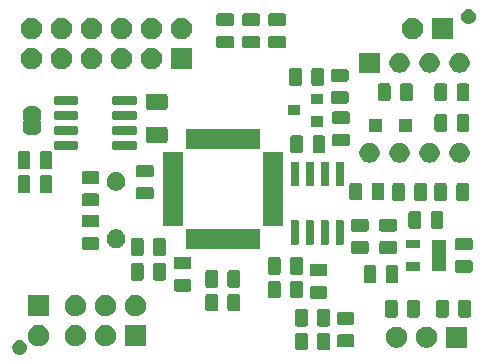
<source format=gbr>
G04 #@! TF.GenerationSoftware,KiCad,Pcbnew,5.1.6*
G04 #@! TF.CreationDate,2020-09-05T16:15:09+02:00*
G04 #@! TF.ProjectId,usynth,7573796e-7468-42e6-9b69-6361645f7063,2*
G04 #@! TF.SameCoordinates,Original*
G04 #@! TF.FileFunction,Soldermask,Top*
G04 #@! TF.FilePolarity,Negative*
%FSLAX46Y46*%
G04 Gerber Fmt 4.6, Leading zero omitted, Abs format (unit mm)*
G04 Created by KiCad (PCBNEW 5.1.6) date 2020-09-05 16:15:09*
%MOMM*%
%LPD*%
G01*
G04 APERTURE LIST*
%ADD10C,0.100000*%
G04 APERTURE END LIST*
D10*
G36*
X121122321Y-88385047D02*
G01*
X121182889Y-88397095D01*
X121239943Y-88420728D01*
X121296997Y-88444360D01*
X121399687Y-88512975D01*
X121487025Y-88600313D01*
X121555640Y-88703003D01*
X121559513Y-88712353D01*
X121602905Y-88817111D01*
X121610707Y-88856337D01*
X121627000Y-88938245D01*
X121627000Y-89061755D01*
X121602905Y-89182888D01*
X121555640Y-89296997D01*
X121487025Y-89399687D01*
X121399687Y-89487025D01*
X121296997Y-89555640D01*
X121239943Y-89579272D01*
X121182889Y-89602905D01*
X121122321Y-89614953D01*
X121061755Y-89627000D01*
X120938245Y-89627000D01*
X120877679Y-89614953D01*
X120817111Y-89602905D01*
X120760058Y-89579273D01*
X120703003Y-89555640D01*
X120600313Y-89487025D01*
X120512975Y-89399687D01*
X120444360Y-89296997D01*
X120397095Y-89182888D01*
X120373000Y-89061755D01*
X120373000Y-88938245D01*
X120389293Y-88856337D01*
X120397095Y-88817111D01*
X120440487Y-88712353D01*
X120444360Y-88703003D01*
X120512975Y-88600313D01*
X120600313Y-88512975D01*
X120703003Y-88444360D01*
X120760057Y-88420728D01*
X120817111Y-88397095D01*
X120877678Y-88385048D01*
X120938245Y-88373000D01*
X121061755Y-88373000D01*
X121122321Y-88385047D01*
G37*
G36*
X147109468Y-87753565D02*
G01*
X147148138Y-87765296D01*
X147183777Y-87784346D01*
X147215017Y-87809983D01*
X147240654Y-87841223D01*
X147259704Y-87876862D01*
X147271435Y-87915532D01*
X147276000Y-87961888D01*
X147276000Y-89038112D01*
X147271435Y-89084468D01*
X147259704Y-89123138D01*
X147240654Y-89158777D01*
X147215017Y-89190017D01*
X147183777Y-89215654D01*
X147148138Y-89234704D01*
X147109468Y-89246435D01*
X147063112Y-89251000D01*
X146411888Y-89251000D01*
X146365532Y-89246435D01*
X146326862Y-89234704D01*
X146291223Y-89215654D01*
X146259983Y-89190017D01*
X146234346Y-89158777D01*
X146215296Y-89123138D01*
X146203565Y-89084468D01*
X146199000Y-89038112D01*
X146199000Y-87961888D01*
X146203565Y-87915532D01*
X146215296Y-87876862D01*
X146234346Y-87841223D01*
X146259983Y-87809983D01*
X146291223Y-87784346D01*
X146326862Y-87765296D01*
X146365532Y-87753565D01*
X146411888Y-87749000D01*
X147063112Y-87749000D01*
X147109468Y-87753565D01*
G37*
G36*
X145234468Y-87753565D02*
G01*
X145273138Y-87765296D01*
X145308777Y-87784346D01*
X145340017Y-87809983D01*
X145365654Y-87841223D01*
X145384704Y-87876862D01*
X145396435Y-87915532D01*
X145401000Y-87961888D01*
X145401000Y-89038112D01*
X145396435Y-89084468D01*
X145384704Y-89123138D01*
X145365654Y-89158777D01*
X145340017Y-89190017D01*
X145308777Y-89215654D01*
X145273138Y-89234704D01*
X145234468Y-89246435D01*
X145188112Y-89251000D01*
X144536888Y-89251000D01*
X144490532Y-89246435D01*
X144451862Y-89234704D01*
X144416223Y-89215654D01*
X144384983Y-89190017D01*
X144359346Y-89158777D01*
X144340296Y-89123138D01*
X144328565Y-89084468D01*
X144324000Y-89038112D01*
X144324000Y-87961888D01*
X144328565Y-87915532D01*
X144340296Y-87876862D01*
X144359346Y-87841223D01*
X144384983Y-87809983D01*
X144416223Y-87784346D01*
X144451862Y-87765296D01*
X144490532Y-87753565D01*
X144536888Y-87749000D01*
X145188112Y-87749000D01*
X145234468Y-87753565D01*
G37*
G36*
X153021512Y-87241927D02*
G01*
X153170812Y-87271624D01*
X153334784Y-87339544D01*
X153482354Y-87438147D01*
X153607853Y-87563646D01*
X153706456Y-87711216D01*
X153774376Y-87875188D01*
X153809000Y-88049259D01*
X153809000Y-88226741D01*
X153774376Y-88400812D01*
X153706456Y-88564784D01*
X153607853Y-88712354D01*
X153482354Y-88837853D01*
X153334784Y-88936456D01*
X153170812Y-89004376D01*
X153021512Y-89034073D01*
X152996742Y-89039000D01*
X152819258Y-89039000D01*
X152794488Y-89034073D01*
X152645188Y-89004376D01*
X152481216Y-88936456D01*
X152333646Y-88837853D01*
X152208147Y-88712354D01*
X152109544Y-88564784D01*
X152041624Y-88400812D01*
X152007000Y-88226741D01*
X152007000Y-88049259D01*
X152041624Y-87875188D01*
X152109544Y-87711216D01*
X152208147Y-87563646D01*
X152333646Y-87438147D01*
X152481216Y-87339544D01*
X152645188Y-87271624D01*
X152794488Y-87241927D01*
X152819258Y-87237000D01*
X152996742Y-87237000D01*
X153021512Y-87241927D01*
G37*
G36*
X155561512Y-87241927D02*
G01*
X155710812Y-87271624D01*
X155874784Y-87339544D01*
X156022354Y-87438147D01*
X156147853Y-87563646D01*
X156246456Y-87711216D01*
X156314376Y-87875188D01*
X156349000Y-88049259D01*
X156349000Y-88226741D01*
X156314376Y-88400812D01*
X156246456Y-88564784D01*
X156147853Y-88712354D01*
X156022354Y-88837853D01*
X155874784Y-88936456D01*
X155710812Y-89004376D01*
X155561512Y-89034073D01*
X155536742Y-89039000D01*
X155359258Y-89039000D01*
X155334488Y-89034073D01*
X155185188Y-89004376D01*
X155021216Y-88936456D01*
X154873646Y-88837853D01*
X154748147Y-88712354D01*
X154649544Y-88564784D01*
X154581624Y-88400812D01*
X154547000Y-88226741D01*
X154547000Y-88049259D01*
X154581624Y-87875188D01*
X154649544Y-87711216D01*
X154748147Y-87563646D01*
X154873646Y-87438147D01*
X155021216Y-87339544D01*
X155185188Y-87271624D01*
X155334488Y-87241927D01*
X155359258Y-87237000D01*
X155536742Y-87237000D01*
X155561512Y-87241927D01*
G37*
G36*
X158889000Y-89039000D02*
G01*
X157087000Y-89039000D01*
X157087000Y-87237000D01*
X158889000Y-87237000D01*
X158889000Y-89039000D01*
G37*
G36*
X149184468Y-87903565D02*
G01*
X149223138Y-87915296D01*
X149258777Y-87934346D01*
X149290017Y-87959983D01*
X149315654Y-87991223D01*
X149334704Y-88026862D01*
X149346435Y-88065532D01*
X149351000Y-88111888D01*
X149351000Y-88763112D01*
X149346435Y-88809468D01*
X149334704Y-88848138D01*
X149315654Y-88883777D01*
X149290017Y-88915017D01*
X149258777Y-88940654D01*
X149223138Y-88959704D01*
X149184468Y-88971435D01*
X149138112Y-88976000D01*
X148061888Y-88976000D01*
X148015532Y-88971435D01*
X147976862Y-88959704D01*
X147941223Y-88940654D01*
X147909983Y-88915017D01*
X147884346Y-88883777D01*
X147865296Y-88848138D01*
X147853565Y-88809468D01*
X147849000Y-88763112D01*
X147849000Y-88111888D01*
X147853565Y-88065532D01*
X147865296Y-88026862D01*
X147884346Y-87991223D01*
X147909983Y-87959983D01*
X147941223Y-87934346D01*
X147976862Y-87915296D01*
X148015532Y-87903565D01*
X148061888Y-87899000D01*
X149138112Y-87899000D01*
X149184468Y-87903565D01*
G37*
G36*
X125833512Y-87114927D02*
G01*
X125982812Y-87144624D01*
X126146784Y-87212544D01*
X126294354Y-87311147D01*
X126419853Y-87436646D01*
X126518456Y-87584216D01*
X126586376Y-87748188D01*
X126621000Y-87922259D01*
X126621000Y-88099741D01*
X126586376Y-88273812D01*
X126518456Y-88437784D01*
X126419853Y-88585354D01*
X126294354Y-88710853D01*
X126146784Y-88809456D01*
X125982812Y-88877376D01*
X125833512Y-88907073D01*
X125808742Y-88912000D01*
X125631258Y-88912000D01*
X125606488Y-88907073D01*
X125457188Y-88877376D01*
X125293216Y-88809456D01*
X125145646Y-88710853D01*
X125020147Y-88585354D01*
X124921544Y-88437784D01*
X124853624Y-88273812D01*
X124819000Y-88099741D01*
X124819000Y-87922259D01*
X124853624Y-87748188D01*
X124921544Y-87584216D01*
X125020147Y-87436646D01*
X125145646Y-87311147D01*
X125293216Y-87212544D01*
X125457188Y-87144624D01*
X125606488Y-87114927D01*
X125631258Y-87110000D01*
X125808742Y-87110000D01*
X125833512Y-87114927D01*
G37*
G36*
X122713512Y-87114927D02*
G01*
X122862812Y-87144624D01*
X123026784Y-87212544D01*
X123174354Y-87311147D01*
X123299853Y-87436646D01*
X123398456Y-87584216D01*
X123466376Y-87748188D01*
X123501000Y-87922259D01*
X123501000Y-88099741D01*
X123466376Y-88273812D01*
X123398456Y-88437784D01*
X123299853Y-88585354D01*
X123174354Y-88710853D01*
X123026784Y-88809456D01*
X122862812Y-88877376D01*
X122713512Y-88907073D01*
X122688742Y-88912000D01*
X122511258Y-88912000D01*
X122486488Y-88907073D01*
X122337188Y-88877376D01*
X122173216Y-88809456D01*
X122025646Y-88710853D01*
X121900147Y-88585354D01*
X121801544Y-88437784D01*
X121733624Y-88273812D01*
X121699000Y-88099741D01*
X121699000Y-87922259D01*
X121733624Y-87748188D01*
X121801544Y-87584216D01*
X121900147Y-87436646D01*
X122025646Y-87311147D01*
X122173216Y-87212544D01*
X122337188Y-87144624D01*
X122486488Y-87114927D01*
X122511258Y-87110000D01*
X122688742Y-87110000D01*
X122713512Y-87114927D01*
G37*
G36*
X128373512Y-87114927D02*
G01*
X128522812Y-87144624D01*
X128686784Y-87212544D01*
X128834354Y-87311147D01*
X128959853Y-87436646D01*
X129058456Y-87584216D01*
X129126376Y-87748188D01*
X129161000Y-87922259D01*
X129161000Y-88099741D01*
X129126376Y-88273812D01*
X129058456Y-88437784D01*
X128959853Y-88585354D01*
X128834354Y-88710853D01*
X128686784Y-88809456D01*
X128522812Y-88877376D01*
X128373512Y-88907073D01*
X128348742Y-88912000D01*
X128171258Y-88912000D01*
X128146488Y-88907073D01*
X127997188Y-88877376D01*
X127833216Y-88809456D01*
X127685646Y-88710853D01*
X127560147Y-88585354D01*
X127461544Y-88437784D01*
X127393624Y-88273812D01*
X127359000Y-88099741D01*
X127359000Y-87922259D01*
X127393624Y-87748188D01*
X127461544Y-87584216D01*
X127560147Y-87436646D01*
X127685646Y-87311147D01*
X127833216Y-87212544D01*
X127997188Y-87144624D01*
X128146488Y-87114927D01*
X128171258Y-87110000D01*
X128348742Y-87110000D01*
X128373512Y-87114927D01*
G37*
G36*
X131701000Y-88912000D02*
G01*
X129899000Y-88912000D01*
X129899000Y-87110000D01*
X131701000Y-87110000D01*
X131701000Y-88912000D01*
G37*
G36*
X147109468Y-85753565D02*
G01*
X147148138Y-85765296D01*
X147183777Y-85784346D01*
X147215017Y-85809983D01*
X147240654Y-85841223D01*
X147259704Y-85876862D01*
X147271435Y-85915532D01*
X147276000Y-85961888D01*
X147276000Y-87038112D01*
X147271435Y-87084468D01*
X147259704Y-87123138D01*
X147240654Y-87158777D01*
X147215017Y-87190017D01*
X147183777Y-87215654D01*
X147148138Y-87234704D01*
X147109468Y-87246435D01*
X147063112Y-87251000D01*
X146411888Y-87251000D01*
X146365532Y-87246435D01*
X146326862Y-87234704D01*
X146291223Y-87215654D01*
X146259983Y-87190017D01*
X146234346Y-87158777D01*
X146215296Y-87123138D01*
X146203565Y-87084468D01*
X146199000Y-87038112D01*
X146199000Y-85961888D01*
X146203565Y-85915532D01*
X146215296Y-85876862D01*
X146234346Y-85841223D01*
X146259983Y-85809983D01*
X146291223Y-85784346D01*
X146326862Y-85765296D01*
X146365532Y-85753565D01*
X146411888Y-85749000D01*
X147063112Y-85749000D01*
X147109468Y-85753565D01*
G37*
G36*
X145234468Y-85753565D02*
G01*
X145273138Y-85765296D01*
X145308777Y-85784346D01*
X145340017Y-85809983D01*
X145365654Y-85841223D01*
X145384704Y-85876862D01*
X145396435Y-85915532D01*
X145401000Y-85961888D01*
X145401000Y-87038112D01*
X145396435Y-87084468D01*
X145384704Y-87123138D01*
X145365654Y-87158777D01*
X145340017Y-87190017D01*
X145308777Y-87215654D01*
X145273138Y-87234704D01*
X145234468Y-87246435D01*
X145188112Y-87251000D01*
X144536888Y-87251000D01*
X144490532Y-87246435D01*
X144451862Y-87234704D01*
X144416223Y-87215654D01*
X144384983Y-87190017D01*
X144359346Y-87158777D01*
X144340296Y-87123138D01*
X144328565Y-87084468D01*
X144324000Y-87038112D01*
X144324000Y-85961888D01*
X144328565Y-85915532D01*
X144340296Y-85876862D01*
X144359346Y-85841223D01*
X144384983Y-85809983D01*
X144416223Y-85784346D01*
X144451862Y-85765296D01*
X144490532Y-85753565D01*
X144536888Y-85749000D01*
X145188112Y-85749000D01*
X145234468Y-85753565D01*
G37*
G36*
X149184468Y-86028565D02*
G01*
X149223138Y-86040296D01*
X149258777Y-86059346D01*
X149290017Y-86084983D01*
X149315654Y-86116223D01*
X149334704Y-86151862D01*
X149346435Y-86190532D01*
X149351000Y-86236888D01*
X149351000Y-86888112D01*
X149346435Y-86934468D01*
X149334704Y-86973138D01*
X149315654Y-87008777D01*
X149290017Y-87040017D01*
X149258777Y-87065654D01*
X149223138Y-87084704D01*
X149184468Y-87096435D01*
X149138112Y-87101000D01*
X148061888Y-87101000D01*
X148015532Y-87096435D01*
X147976862Y-87084704D01*
X147941223Y-87065654D01*
X147909983Y-87040017D01*
X147884346Y-87008777D01*
X147865296Y-86973138D01*
X147853565Y-86934468D01*
X147849000Y-86888112D01*
X147849000Y-86236888D01*
X147853565Y-86190532D01*
X147865296Y-86151862D01*
X147884346Y-86116223D01*
X147909983Y-86084983D01*
X147941223Y-86059346D01*
X147976862Y-86040296D01*
X148015532Y-86028565D01*
X148061888Y-86024000D01*
X149138112Y-86024000D01*
X149184468Y-86028565D01*
G37*
G36*
X152834468Y-84978565D02*
G01*
X152873138Y-84990296D01*
X152908777Y-85009346D01*
X152940017Y-85034983D01*
X152965654Y-85066223D01*
X152984704Y-85101862D01*
X152996435Y-85140532D01*
X153001000Y-85186888D01*
X153001000Y-86263112D01*
X152996435Y-86309468D01*
X152984704Y-86348138D01*
X152965654Y-86383777D01*
X152940017Y-86415017D01*
X152908777Y-86440654D01*
X152873138Y-86459704D01*
X152834468Y-86471435D01*
X152788112Y-86476000D01*
X152136888Y-86476000D01*
X152090532Y-86471435D01*
X152051862Y-86459704D01*
X152016223Y-86440654D01*
X151984983Y-86415017D01*
X151959346Y-86383777D01*
X151940296Y-86348138D01*
X151928565Y-86309468D01*
X151924000Y-86263112D01*
X151924000Y-85186888D01*
X151928565Y-85140532D01*
X151940296Y-85101862D01*
X151959346Y-85066223D01*
X151984983Y-85034983D01*
X152016223Y-85009346D01*
X152051862Y-84990296D01*
X152090532Y-84978565D01*
X152136888Y-84974000D01*
X152788112Y-84974000D01*
X152834468Y-84978565D01*
G37*
G36*
X154709468Y-84978565D02*
G01*
X154748138Y-84990296D01*
X154783777Y-85009346D01*
X154815017Y-85034983D01*
X154840654Y-85066223D01*
X154859704Y-85101862D01*
X154871435Y-85140532D01*
X154876000Y-85186888D01*
X154876000Y-86263112D01*
X154871435Y-86309468D01*
X154859704Y-86348138D01*
X154840654Y-86383777D01*
X154815017Y-86415017D01*
X154783777Y-86440654D01*
X154748138Y-86459704D01*
X154709468Y-86471435D01*
X154663112Y-86476000D01*
X154011888Y-86476000D01*
X153965532Y-86471435D01*
X153926862Y-86459704D01*
X153891223Y-86440654D01*
X153859983Y-86415017D01*
X153834346Y-86383777D01*
X153815296Y-86348138D01*
X153803565Y-86309468D01*
X153799000Y-86263112D01*
X153799000Y-85186888D01*
X153803565Y-85140532D01*
X153815296Y-85101862D01*
X153834346Y-85066223D01*
X153859983Y-85034983D01*
X153891223Y-85009346D01*
X153926862Y-84990296D01*
X153965532Y-84978565D01*
X154011888Y-84974000D01*
X154663112Y-84974000D01*
X154709468Y-84978565D01*
G37*
G36*
X157168468Y-84978565D02*
G01*
X157207138Y-84990296D01*
X157242777Y-85009346D01*
X157274017Y-85034983D01*
X157299654Y-85066223D01*
X157318704Y-85101862D01*
X157330435Y-85140532D01*
X157335000Y-85186888D01*
X157335000Y-86263112D01*
X157330435Y-86309468D01*
X157318704Y-86348138D01*
X157299654Y-86383777D01*
X157274017Y-86415017D01*
X157242777Y-86440654D01*
X157207138Y-86459704D01*
X157168468Y-86471435D01*
X157122112Y-86476000D01*
X156470888Y-86476000D01*
X156424532Y-86471435D01*
X156385862Y-86459704D01*
X156350223Y-86440654D01*
X156318983Y-86415017D01*
X156293346Y-86383777D01*
X156274296Y-86348138D01*
X156262565Y-86309468D01*
X156258000Y-86263112D01*
X156258000Y-85186888D01*
X156262565Y-85140532D01*
X156274296Y-85101862D01*
X156293346Y-85066223D01*
X156318983Y-85034983D01*
X156350223Y-85009346D01*
X156385862Y-84990296D01*
X156424532Y-84978565D01*
X156470888Y-84974000D01*
X157122112Y-84974000D01*
X157168468Y-84978565D01*
G37*
G36*
X159043468Y-84978565D02*
G01*
X159082138Y-84990296D01*
X159117777Y-85009346D01*
X159149017Y-85034983D01*
X159174654Y-85066223D01*
X159193704Y-85101862D01*
X159205435Y-85140532D01*
X159210000Y-85186888D01*
X159210000Y-86263112D01*
X159205435Y-86309468D01*
X159193704Y-86348138D01*
X159174654Y-86383777D01*
X159149017Y-86415017D01*
X159117777Y-86440654D01*
X159082138Y-86459704D01*
X159043468Y-86471435D01*
X158997112Y-86476000D01*
X158345888Y-86476000D01*
X158299532Y-86471435D01*
X158260862Y-86459704D01*
X158225223Y-86440654D01*
X158193983Y-86415017D01*
X158168346Y-86383777D01*
X158149296Y-86348138D01*
X158137565Y-86309468D01*
X158133000Y-86263112D01*
X158133000Y-85186888D01*
X158137565Y-85140532D01*
X158149296Y-85101862D01*
X158168346Y-85066223D01*
X158193983Y-85034983D01*
X158225223Y-85009346D01*
X158260862Y-84990296D01*
X158299532Y-84978565D01*
X158345888Y-84974000D01*
X158997112Y-84974000D01*
X159043468Y-84978565D01*
G37*
G36*
X130913512Y-84574927D02*
G01*
X131062812Y-84604624D01*
X131226784Y-84672544D01*
X131374354Y-84771147D01*
X131499853Y-84896646D01*
X131598456Y-85044216D01*
X131666376Y-85208188D01*
X131701000Y-85382259D01*
X131701000Y-85559741D01*
X131666376Y-85733812D01*
X131598456Y-85897784D01*
X131499853Y-86045354D01*
X131374354Y-86170853D01*
X131226784Y-86269456D01*
X131062812Y-86337376D01*
X130913512Y-86367073D01*
X130888742Y-86372000D01*
X130711258Y-86372000D01*
X130686488Y-86367073D01*
X130537188Y-86337376D01*
X130373216Y-86269456D01*
X130225646Y-86170853D01*
X130100147Y-86045354D01*
X130001544Y-85897784D01*
X129933624Y-85733812D01*
X129899000Y-85559741D01*
X129899000Y-85382259D01*
X129933624Y-85208188D01*
X130001544Y-85044216D01*
X130100147Y-84896646D01*
X130225646Y-84771147D01*
X130373216Y-84672544D01*
X130537188Y-84604624D01*
X130686488Y-84574927D01*
X130711258Y-84570000D01*
X130888742Y-84570000D01*
X130913512Y-84574927D01*
G37*
G36*
X128373512Y-84574927D02*
G01*
X128522812Y-84604624D01*
X128686784Y-84672544D01*
X128834354Y-84771147D01*
X128959853Y-84896646D01*
X129058456Y-85044216D01*
X129126376Y-85208188D01*
X129161000Y-85382259D01*
X129161000Y-85559741D01*
X129126376Y-85733812D01*
X129058456Y-85897784D01*
X128959853Y-86045354D01*
X128834354Y-86170853D01*
X128686784Y-86269456D01*
X128522812Y-86337376D01*
X128373512Y-86367073D01*
X128348742Y-86372000D01*
X128171258Y-86372000D01*
X128146488Y-86367073D01*
X127997188Y-86337376D01*
X127833216Y-86269456D01*
X127685646Y-86170853D01*
X127560147Y-86045354D01*
X127461544Y-85897784D01*
X127393624Y-85733812D01*
X127359000Y-85559741D01*
X127359000Y-85382259D01*
X127393624Y-85208188D01*
X127461544Y-85044216D01*
X127560147Y-84896646D01*
X127685646Y-84771147D01*
X127833216Y-84672544D01*
X127997188Y-84604624D01*
X128146488Y-84574927D01*
X128171258Y-84570000D01*
X128348742Y-84570000D01*
X128373512Y-84574927D01*
G37*
G36*
X123501000Y-86372000D02*
G01*
X121699000Y-86372000D01*
X121699000Y-84570000D01*
X123501000Y-84570000D01*
X123501000Y-86372000D01*
G37*
G36*
X125833512Y-84574927D02*
G01*
X125982812Y-84604624D01*
X126146784Y-84672544D01*
X126294354Y-84771147D01*
X126419853Y-84896646D01*
X126518456Y-85044216D01*
X126586376Y-85208188D01*
X126621000Y-85382259D01*
X126621000Y-85559741D01*
X126586376Y-85733812D01*
X126518456Y-85897784D01*
X126419853Y-86045354D01*
X126294354Y-86170853D01*
X126146784Y-86269456D01*
X125982812Y-86337376D01*
X125833512Y-86367073D01*
X125808742Y-86372000D01*
X125631258Y-86372000D01*
X125606488Y-86367073D01*
X125457188Y-86337376D01*
X125293216Y-86269456D01*
X125145646Y-86170853D01*
X125020147Y-86045354D01*
X124921544Y-85897784D01*
X124853624Y-85733812D01*
X124819000Y-85559741D01*
X124819000Y-85382259D01*
X124853624Y-85208188D01*
X124921544Y-85044216D01*
X125020147Y-84896646D01*
X125145646Y-84771147D01*
X125293216Y-84672544D01*
X125457188Y-84604624D01*
X125606488Y-84574927D01*
X125631258Y-84570000D01*
X125808742Y-84570000D01*
X125833512Y-84574927D01*
G37*
G36*
X139509468Y-84453565D02*
G01*
X139548138Y-84465296D01*
X139583777Y-84484346D01*
X139615017Y-84509983D01*
X139640654Y-84541223D01*
X139659704Y-84576862D01*
X139671435Y-84615532D01*
X139676000Y-84661888D01*
X139676000Y-85738112D01*
X139671435Y-85784468D01*
X139659704Y-85823138D01*
X139640654Y-85858777D01*
X139615017Y-85890017D01*
X139583777Y-85915654D01*
X139548138Y-85934704D01*
X139509468Y-85946435D01*
X139463112Y-85951000D01*
X138811888Y-85951000D01*
X138765532Y-85946435D01*
X138726862Y-85934704D01*
X138691223Y-85915654D01*
X138659983Y-85890017D01*
X138634346Y-85858777D01*
X138615296Y-85823138D01*
X138603565Y-85784468D01*
X138599000Y-85738112D01*
X138599000Y-84661888D01*
X138603565Y-84615532D01*
X138615296Y-84576862D01*
X138634346Y-84541223D01*
X138659983Y-84509983D01*
X138691223Y-84484346D01*
X138726862Y-84465296D01*
X138765532Y-84453565D01*
X138811888Y-84449000D01*
X139463112Y-84449000D01*
X139509468Y-84453565D01*
G37*
G36*
X137634468Y-84453565D02*
G01*
X137673138Y-84465296D01*
X137708777Y-84484346D01*
X137740017Y-84509983D01*
X137765654Y-84541223D01*
X137784704Y-84576862D01*
X137796435Y-84615532D01*
X137801000Y-84661888D01*
X137801000Y-85738112D01*
X137796435Y-85784468D01*
X137784704Y-85823138D01*
X137765654Y-85858777D01*
X137740017Y-85890017D01*
X137708777Y-85915654D01*
X137673138Y-85934704D01*
X137634468Y-85946435D01*
X137588112Y-85951000D01*
X136936888Y-85951000D01*
X136890532Y-85946435D01*
X136851862Y-85934704D01*
X136816223Y-85915654D01*
X136784983Y-85890017D01*
X136759346Y-85858777D01*
X136740296Y-85823138D01*
X136728565Y-85784468D01*
X136724000Y-85738112D01*
X136724000Y-84661888D01*
X136728565Y-84615532D01*
X136740296Y-84576862D01*
X136759346Y-84541223D01*
X136784983Y-84509983D01*
X136816223Y-84484346D01*
X136851862Y-84465296D01*
X136890532Y-84453565D01*
X136936888Y-84449000D01*
X137588112Y-84449000D01*
X137634468Y-84453565D01*
G37*
G36*
X146884468Y-83803565D02*
G01*
X146923138Y-83815296D01*
X146958777Y-83834346D01*
X146990017Y-83859983D01*
X147015654Y-83891223D01*
X147034704Y-83926862D01*
X147046435Y-83965532D01*
X147051000Y-84011888D01*
X147051000Y-84663112D01*
X147046435Y-84709468D01*
X147034704Y-84748138D01*
X147015654Y-84783777D01*
X146990017Y-84815017D01*
X146958777Y-84840654D01*
X146923138Y-84859704D01*
X146884468Y-84871435D01*
X146838112Y-84876000D01*
X145761888Y-84876000D01*
X145715532Y-84871435D01*
X145676862Y-84859704D01*
X145641223Y-84840654D01*
X145609983Y-84815017D01*
X145584346Y-84783777D01*
X145565296Y-84748138D01*
X145553565Y-84709468D01*
X145549000Y-84663112D01*
X145549000Y-84011888D01*
X145553565Y-83965532D01*
X145565296Y-83926862D01*
X145584346Y-83891223D01*
X145609983Y-83859983D01*
X145641223Y-83834346D01*
X145676862Y-83815296D01*
X145715532Y-83803565D01*
X145761888Y-83799000D01*
X146838112Y-83799000D01*
X146884468Y-83803565D01*
G37*
G36*
X142934468Y-83353565D02*
G01*
X142973138Y-83365296D01*
X143008777Y-83384346D01*
X143040017Y-83409983D01*
X143065654Y-83441223D01*
X143084704Y-83476862D01*
X143096435Y-83515532D01*
X143101000Y-83561888D01*
X143101000Y-84638112D01*
X143096435Y-84684468D01*
X143084704Y-84723138D01*
X143065654Y-84758777D01*
X143040017Y-84790017D01*
X143008777Y-84815654D01*
X142973138Y-84834704D01*
X142934468Y-84846435D01*
X142888112Y-84851000D01*
X142236888Y-84851000D01*
X142190532Y-84846435D01*
X142151862Y-84834704D01*
X142116223Y-84815654D01*
X142084983Y-84790017D01*
X142059346Y-84758777D01*
X142040296Y-84723138D01*
X142028565Y-84684468D01*
X142024000Y-84638112D01*
X142024000Y-83561888D01*
X142028565Y-83515532D01*
X142040296Y-83476862D01*
X142059346Y-83441223D01*
X142084983Y-83409983D01*
X142116223Y-83384346D01*
X142151862Y-83365296D01*
X142190532Y-83353565D01*
X142236888Y-83349000D01*
X142888112Y-83349000D01*
X142934468Y-83353565D01*
G37*
G36*
X144809468Y-83353565D02*
G01*
X144848138Y-83365296D01*
X144883777Y-83384346D01*
X144915017Y-83409983D01*
X144940654Y-83441223D01*
X144959704Y-83476862D01*
X144971435Y-83515532D01*
X144976000Y-83561888D01*
X144976000Y-84638112D01*
X144971435Y-84684468D01*
X144959704Y-84723138D01*
X144940654Y-84758777D01*
X144915017Y-84790017D01*
X144883777Y-84815654D01*
X144848138Y-84834704D01*
X144809468Y-84846435D01*
X144763112Y-84851000D01*
X144111888Y-84851000D01*
X144065532Y-84846435D01*
X144026862Y-84834704D01*
X143991223Y-84815654D01*
X143959983Y-84790017D01*
X143934346Y-84758777D01*
X143915296Y-84723138D01*
X143903565Y-84684468D01*
X143899000Y-84638112D01*
X143899000Y-83561888D01*
X143903565Y-83515532D01*
X143915296Y-83476862D01*
X143934346Y-83441223D01*
X143959983Y-83409983D01*
X143991223Y-83384346D01*
X144026862Y-83365296D01*
X144065532Y-83353565D01*
X144111888Y-83349000D01*
X144763112Y-83349000D01*
X144809468Y-83353565D01*
G37*
G36*
X135384468Y-83203565D02*
G01*
X135423138Y-83215296D01*
X135458777Y-83234346D01*
X135490017Y-83259983D01*
X135515654Y-83291223D01*
X135534704Y-83326862D01*
X135546435Y-83365532D01*
X135551000Y-83411888D01*
X135551000Y-84063112D01*
X135546435Y-84109468D01*
X135534704Y-84148138D01*
X135515654Y-84183777D01*
X135490017Y-84215017D01*
X135458777Y-84240654D01*
X135423138Y-84259704D01*
X135384468Y-84271435D01*
X135338112Y-84276000D01*
X134261888Y-84276000D01*
X134215532Y-84271435D01*
X134176862Y-84259704D01*
X134141223Y-84240654D01*
X134109983Y-84215017D01*
X134084346Y-84183777D01*
X134065296Y-84148138D01*
X134053565Y-84109468D01*
X134049000Y-84063112D01*
X134049000Y-83411888D01*
X134053565Y-83365532D01*
X134065296Y-83326862D01*
X134084346Y-83291223D01*
X134109983Y-83259983D01*
X134141223Y-83234346D01*
X134176862Y-83215296D01*
X134215532Y-83203565D01*
X134261888Y-83199000D01*
X135338112Y-83199000D01*
X135384468Y-83203565D01*
G37*
G36*
X137634468Y-82453565D02*
G01*
X137673138Y-82465296D01*
X137708777Y-82484346D01*
X137740017Y-82509983D01*
X137765654Y-82541223D01*
X137784704Y-82576862D01*
X137796435Y-82615532D01*
X137801000Y-82661888D01*
X137801000Y-83738112D01*
X137796435Y-83784468D01*
X137784704Y-83823138D01*
X137765654Y-83858777D01*
X137740017Y-83890017D01*
X137708777Y-83915654D01*
X137673138Y-83934704D01*
X137634468Y-83946435D01*
X137588112Y-83951000D01*
X136936888Y-83951000D01*
X136890532Y-83946435D01*
X136851862Y-83934704D01*
X136816223Y-83915654D01*
X136784983Y-83890017D01*
X136759346Y-83858777D01*
X136740296Y-83823138D01*
X136728565Y-83784468D01*
X136724000Y-83738112D01*
X136724000Y-82661888D01*
X136728565Y-82615532D01*
X136740296Y-82576862D01*
X136759346Y-82541223D01*
X136784983Y-82509983D01*
X136816223Y-82484346D01*
X136851862Y-82465296D01*
X136890532Y-82453565D01*
X136936888Y-82449000D01*
X137588112Y-82449000D01*
X137634468Y-82453565D01*
G37*
G36*
X139509468Y-82453565D02*
G01*
X139548138Y-82465296D01*
X139583777Y-82484346D01*
X139615017Y-82509983D01*
X139640654Y-82541223D01*
X139659704Y-82576862D01*
X139671435Y-82615532D01*
X139676000Y-82661888D01*
X139676000Y-83738112D01*
X139671435Y-83784468D01*
X139659704Y-83823138D01*
X139640654Y-83858777D01*
X139615017Y-83890017D01*
X139583777Y-83915654D01*
X139548138Y-83934704D01*
X139509468Y-83946435D01*
X139463112Y-83951000D01*
X138811888Y-83951000D01*
X138765532Y-83946435D01*
X138726862Y-83934704D01*
X138691223Y-83915654D01*
X138659983Y-83890017D01*
X138634346Y-83858777D01*
X138615296Y-83823138D01*
X138603565Y-83784468D01*
X138599000Y-83738112D01*
X138599000Y-82661888D01*
X138603565Y-82615532D01*
X138615296Y-82576862D01*
X138634346Y-82541223D01*
X138659983Y-82509983D01*
X138691223Y-82484346D01*
X138726862Y-82465296D01*
X138765532Y-82453565D01*
X138811888Y-82449000D01*
X139463112Y-82449000D01*
X139509468Y-82453565D01*
G37*
G36*
X151034468Y-82053565D02*
G01*
X151073138Y-82065296D01*
X151108777Y-82084346D01*
X151140017Y-82109983D01*
X151165654Y-82141223D01*
X151184704Y-82176862D01*
X151196435Y-82215532D01*
X151201000Y-82261888D01*
X151201000Y-83338112D01*
X151196435Y-83384468D01*
X151184704Y-83423138D01*
X151165654Y-83458777D01*
X151140017Y-83490017D01*
X151108777Y-83515654D01*
X151073138Y-83534704D01*
X151034468Y-83546435D01*
X150988112Y-83551000D01*
X150336888Y-83551000D01*
X150290532Y-83546435D01*
X150251862Y-83534704D01*
X150216223Y-83515654D01*
X150184983Y-83490017D01*
X150159346Y-83458777D01*
X150140296Y-83423138D01*
X150128565Y-83384468D01*
X150124000Y-83338112D01*
X150124000Y-82261888D01*
X150128565Y-82215532D01*
X150140296Y-82176862D01*
X150159346Y-82141223D01*
X150184983Y-82109983D01*
X150216223Y-82084346D01*
X150251862Y-82065296D01*
X150290532Y-82053565D01*
X150336888Y-82049000D01*
X150988112Y-82049000D01*
X151034468Y-82053565D01*
G37*
G36*
X152909468Y-82053565D02*
G01*
X152948138Y-82065296D01*
X152983777Y-82084346D01*
X153015017Y-82109983D01*
X153040654Y-82141223D01*
X153059704Y-82176862D01*
X153071435Y-82215532D01*
X153076000Y-82261888D01*
X153076000Y-83338112D01*
X153071435Y-83384468D01*
X153059704Y-83423138D01*
X153040654Y-83458777D01*
X153015017Y-83490017D01*
X152983777Y-83515654D01*
X152948138Y-83534704D01*
X152909468Y-83546435D01*
X152863112Y-83551000D01*
X152211888Y-83551000D01*
X152165532Y-83546435D01*
X152126862Y-83534704D01*
X152091223Y-83515654D01*
X152059983Y-83490017D01*
X152034346Y-83458777D01*
X152015296Y-83423138D01*
X152003565Y-83384468D01*
X151999000Y-83338112D01*
X151999000Y-82261888D01*
X152003565Y-82215532D01*
X152015296Y-82176862D01*
X152034346Y-82141223D01*
X152059983Y-82109983D01*
X152091223Y-82084346D01*
X152126862Y-82065296D01*
X152165532Y-82053565D01*
X152211888Y-82049000D01*
X152863112Y-82049000D01*
X152909468Y-82053565D01*
G37*
G36*
X133209468Y-81853565D02*
G01*
X133248138Y-81865296D01*
X133283777Y-81884346D01*
X133315017Y-81909983D01*
X133340654Y-81941223D01*
X133359704Y-81976862D01*
X133371435Y-82015532D01*
X133376000Y-82061888D01*
X133376000Y-83138112D01*
X133371435Y-83184468D01*
X133359704Y-83223138D01*
X133340654Y-83258777D01*
X133315017Y-83290017D01*
X133283777Y-83315654D01*
X133248138Y-83334704D01*
X133209468Y-83346435D01*
X133163112Y-83351000D01*
X132511888Y-83351000D01*
X132465532Y-83346435D01*
X132426862Y-83334704D01*
X132391223Y-83315654D01*
X132359983Y-83290017D01*
X132334346Y-83258777D01*
X132315296Y-83223138D01*
X132303565Y-83184468D01*
X132299000Y-83138112D01*
X132299000Y-82061888D01*
X132303565Y-82015532D01*
X132315296Y-81976862D01*
X132334346Y-81941223D01*
X132359983Y-81909983D01*
X132391223Y-81884346D01*
X132426862Y-81865296D01*
X132465532Y-81853565D01*
X132511888Y-81849000D01*
X133163112Y-81849000D01*
X133209468Y-81853565D01*
G37*
G36*
X131334468Y-81853565D02*
G01*
X131373138Y-81865296D01*
X131408777Y-81884346D01*
X131440017Y-81909983D01*
X131465654Y-81941223D01*
X131484704Y-81976862D01*
X131496435Y-82015532D01*
X131501000Y-82061888D01*
X131501000Y-83138112D01*
X131496435Y-83184468D01*
X131484704Y-83223138D01*
X131465654Y-83258777D01*
X131440017Y-83290017D01*
X131408777Y-83315654D01*
X131373138Y-83334704D01*
X131334468Y-83346435D01*
X131288112Y-83351000D01*
X130636888Y-83351000D01*
X130590532Y-83346435D01*
X130551862Y-83334704D01*
X130516223Y-83315654D01*
X130484983Y-83290017D01*
X130459346Y-83258777D01*
X130440296Y-83223138D01*
X130428565Y-83184468D01*
X130424000Y-83138112D01*
X130424000Y-82061888D01*
X130428565Y-82015532D01*
X130440296Y-81976862D01*
X130459346Y-81941223D01*
X130484983Y-81909983D01*
X130516223Y-81884346D01*
X130551862Y-81865296D01*
X130590532Y-81853565D01*
X130636888Y-81849000D01*
X131288112Y-81849000D01*
X131334468Y-81853565D01*
G37*
G36*
X146884468Y-81928565D02*
G01*
X146923138Y-81940296D01*
X146958777Y-81959346D01*
X146990017Y-81984983D01*
X147015654Y-82016223D01*
X147034704Y-82051862D01*
X147046435Y-82090532D01*
X147051000Y-82136888D01*
X147051000Y-82788112D01*
X147046435Y-82834468D01*
X147034704Y-82873138D01*
X147015654Y-82908777D01*
X146990017Y-82940017D01*
X146958777Y-82965654D01*
X146923138Y-82984704D01*
X146884468Y-82996435D01*
X146838112Y-83001000D01*
X145761888Y-83001000D01*
X145715532Y-82996435D01*
X145676862Y-82984704D01*
X145641223Y-82965654D01*
X145609983Y-82940017D01*
X145584346Y-82908777D01*
X145565296Y-82873138D01*
X145553565Y-82834468D01*
X145549000Y-82788112D01*
X145549000Y-82136888D01*
X145553565Y-82090532D01*
X145565296Y-82051862D01*
X145584346Y-82016223D01*
X145609983Y-81984983D01*
X145641223Y-81959346D01*
X145676862Y-81940296D01*
X145715532Y-81928565D01*
X145761888Y-81924000D01*
X146838112Y-81924000D01*
X146884468Y-81928565D01*
G37*
G36*
X142934468Y-81353565D02*
G01*
X142973138Y-81365296D01*
X143008777Y-81384346D01*
X143040017Y-81409983D01*
X143065654Y-81441223D01*
X143084704Y-81476862D01*
X143096435Y-81515532D01*
X143101000Y-81561888D01*
X143101000Y-82638112D01*
X143096435Y-82684468D01*
X143084704Y-82723138D01*
X143065654Y-82758777D01*
X143040017Y-82790017D01*
X143008777Y-82815654D01*
X142973138Y-82834704D01*
X142934468Y-82846435D01*
X142888112Y-82851000D01*
X142236888Y-82851000D01*
X142190532Y-82846435D01*
X142151862Y-82834704D01*
X142116223Y-82815654D01*
X142084983Y-82790017D01*
X142059346Y-82758777D01*
X142040296Y-82723138D01*
X142028565Y-82684468D01*
X142024000Y-82638112D01*
X142024000Y-81561888D01*
X142028565Y-81515532D01*
X142040296Y-81476862D01*
X142059346Y-81441223D01*
X142084983Y-81409983D01*
X142116223Y-81384346D01*
X142151862Y-81365296D01*
X142190532Y-81353565D01*
X142236888Y-81349000D01*
X142888112Y-81349000D01*
X142934468Y-81353565D01*
G37*
G36*
X144809468Y-81353565D02*
G01*
X144848138Y-81365296D01*
X144883777Y-81384346D01*
X144915017Y-81409983D01*
X144940654Y-81441223D01*
X144959704Y-81476862D01*
X144971435Y-81515532D01*
X144976000Y-81561888D01*
X144976000Y-82638112D01*
X144971435Y-82684468D01*
X144959704Y-82723138D01*
X144940654Y-82758777D01*
X144915017Y-82790017D01*
X144883777Y-82815654D01*
X144848138Y-82834704D01*
X144809468Y-82846435D01*
X144763112Y-82851000D01*
X144111888Y-82851000D01*
X144065532Y-82846435D01*
X144026862Y-82834704D01*
X143991223Y-82815654D01*
X143959983Y-82790017D01*
X143934346Y-82758777D01*
X143915296Y-82723138D01*
X143903565Y-82684468D01*
X143899000Y-82638112D01*
X143899000Y-81561888D01*
X143903565Y-81515532D01*
X143915296Y-81476862D01*
X143934346Y-81441223D01*
X143959983Y-81409983D01*
X143991223Y-81384346D01*
X144026862Y-81365296D01*
X144065532Y-81353565D01*
X144111888Y-81349000D01*
X144763112Y-81349000D01*
X144809468Y-81353565D01*
G37*
G36*
X159184468Y-81603565D02*
G01*
X159223138Y-81615296D01*
X159258777Y-81634346D01*
X159290017Y-81659983D01*
X159315654Y-81691223D01*
X159334704Y-81726862D01*
X159346435Y-81765532D01*
X159351000Y-81811888D01*
X159351000Y-82463112D01*
X159346435Y-82509468D01*
X159334704Y-82548138D01*
X159315654Y-82583777D01*
X159290017Y-82615017D01*
X159258777Y-82640654D01*
X159223138Y-82659704D01*
X159184468Y-82671435D01*
X159138112Y-82676000D01*
X158061888Y-82676000D01*
X158015532Y-82671435D01*
X157976862Y-82659704D01*
X157941223Y-82640654D01*
X157909983Y-82615017D01*
X157884346Y-82583777D01*
X157865296Y-82548138D01*
X157853565Y-82509468D01*
X157849000Y-82463112D01*
X157849000Y-81811888D01*
X157853565Y-81765532D01*
X157865296Y-81726862D01*
X157884346Y-81691223D01*
X157909983Y-81659983D01*
X157941223Y-81634346D01*
X157976862Y-81615296D01*
X158015532Y-81603565D01*
X158061888Y-81599000D01*
X159138112Y-81599000D01*
X159184468Y-81603565D01*
G37*
G36*
X154881000Y-82526000D02*
G01*
X153719000Y-82526000D01*
X153719000Y-81774000D01*
X154881000Y-81774000D01*
X154881000Y-82526000D01*
G37*
G36*
X157081000Y-82526000D02*
G01*
X155919000Y-82526000D01*
X155919000Y-79874000D01*
X157081000Y-79874000D01*
X157081000Y-82526000D01*
G37*
G36*
X135384468Y-81328565D02*
G01*
X135423138Y-81340296D01*
X135458777Y-81359346D01*
X135490017Y-81384983D01*
X135515654Y-81416223D01*
X135534704Y-81451862D01*
X135546435Y-81490532D01*
X135551000Y-81536888D01*
X135551000Y-82188112D01*
X135546435Y-82234468D01*
X135534704Y-82273138D01*
X135515654Y-82308777D01*
X135490017Y-82340017D01*
X135458777Y-82365654D01*
X135423138Y-82384704D01*
X135384468Y-82396435D01*
X135338112Y-82401000D01*
X134261888Y-82401000D01*
X134215532Y-82396435D01*
X134176862Y-82384704D01*
X134141223Y-82365654D01*
X134109983Y-82340017D01*
X134084346Y-82308777D01*
X134065296Y-82273138D01*
X134053565Y-82234468D01*
X134049000Y-82188112D01*
X134049000Y-81536888D01*
X134053565Y-81490532D01*
X134065296Y-81451862D01*
X134084346Y-81416223D01*
X134109983Y-81384983D01*
X134141223Y-81359346D01*
X134176862Y-81340296D01*
X134215532Y-81328565D01*
X134261888Y-81324000D01*
X135338112Y-81324000D01*
X135384468Y-81328565D01*
G37*
G36*
X133209468Y-79753565D02*
G01*
X133248138Y-79765296D01*
X133283777Y-79784346D01*
X133315017Y-79809983D01*
X133340654Y-79841223D01*
X133359704Y-79876862D01*
X133371435Y-79915532D01*
X133376000Y-79961888D01*
X133376000Y-81038112D01*
X133371435Y-81084468D01*
X133359704Y-81123138D01*
X133340654Y-81158777D01*
X133315017Y-81190017D01*
X133283777Y-81215654D01*
X133248138Y-81234704D01*
X133209468Y-81246435D01*
X133163112Y-81251000D01*
X132511888Y-81251000D01*
X132465532Y-81246435D01*
X132426862Y-81234704D01*
X132391223Y-81215654D01*
X132359983Y-81190017D01*
X132334346Y-81158777D01*
X132315296Y-81123138D01*
X132303565Y-81084468D01*
X132299000Y-81038112D01*
X132299000Y-79961888D01*
X132303565Y-79915532D01*
X132315296Y-79876862D01*
X132334346Y-79841223D01*
X132359983Y-79809983D01*
X132391223Y-79784346D01*
X132426862Y-79765296D01*
X132465532Y-79753565D01*
X132511888Y-79749000D01*
X133163112Y-79749000D01*
X133209468Y-79753565D01*
G37*
G36*
X131334468Y-79753565D02*
G01*
X131373138Y-79765296D01*
X131408777Y-79784346D01*
X131440017Y-79809983D01*
X131465654Y-79841223D01*
X131484704Y-79876862D01*
X131496435Y-79915532D01*
X131501000Y-79961888D01*
X131501000Y-81038112D01*
X131496435Y-81084468D01*
X131484704Y-81123138D01*
X131465654Y-81158777D01*
X131440017Y-81190017D01*
X131408777Y-81215654D01*
X131373138Y-81234704D01*
X131334468Y-81246435D01*
X131288112Y-81251000D01*
X130636888Y-81251000D01*
X130590532Y-81246435D01*
X130551862Y-81234704D01*
X130516223Y-81215654D01*
X130484983Y-81190017D01*
X130459346Y-81158777D01*
X130440296Y-81123138D01*
X130428565Y-81084468D01*
X130424000Y-81038112D01*
X130424000Y-79961888D01*
X130428565Y-79915532D01*
X130440296Y-79876862D01*
X130459346Y-79841223D01*
X130484983Y-79809983D01*
X130516223Y-79784346D01*
X130551862Y-79765296D01*
X130590532Y-79753565D01*
X130636888Y-79749000D01*
X131288112Y-79749000D01*
X131334468Y-79753565D01*
G37*
G36*
X150384468Y-80003565D02*
G01*
X150423138Y-80015296D01*
X150458777Y-80034346D01*
X150490017Y-80059983D01*
X150515654Y-80091223D01*
X150534704Y-80126862D01*
X150546435Y-80165532D01*
X150551000Y-80211888D01*
X150551000Y-80863112D01*
X150546435Y-80909468D01*
X150534704Y-80948138D01*
X150515654Y-80983777D01*
X150490017Y-81015017D01*
X150458777Y-81040654D01*
X150423138Y-81059704D01*
X150384468Y-81071435D01*
X150338112Y-81076000D01*
X149261888Y-81076000D01*
X149215532Y-81071435D01*
X149176862Y-81059704D01*
X149141223Y-81040654D01*
X149109983Y-81015017D01*
X149084346Y-80983777D01*
X149065296Y-80948138D01*
X149053565Y-80909468D01*
X149049000Y-80863112D01*
X149049000Y-80211888D01*
X149053565Y-80165532D01*
X149065296Y-80126862D01*
X149084346Y-80091223D01*
X149109983Y-80059983D01*
X149141223Y-80034346D01*
X149176862Y-80015296D01*
X149215532Y-80003565D01*
X149261888Y-79999000D01*
X150338112Y-79999000D01*
X150384468Y-80003565D01*
G37*
G36*
X152784468Y-80003565D02*
G01*
X152823138Y-80015296D01*
X152858777Y-80034346D01*
X152890017Y-80059983D01*
X152915654Y-80091223D01*
X152934704Y-80126862D01*
X152946435Y-80165532D01*
X152951000Y-80211888D01*
X152951000Y-80863112D01*
X152946435Y-80909468D01*
X152934704Y-80948138D01*
X152915654Y-80983777D01*
X152890017Y-81015017D01*
X152858777Y-81040654D01*
X152823138Y-81059704D01*
X152784468Y-81071435D01*
X152738112Y-81076000D01*
X151661888Y-81076000D01*
X151615532Y-81071435D01*
X151576862Y-81059704D01*
X151541223Y-81040654D01*
X151509983Y-81015017D01*
X151484346Y-80983777D01*
X151465296Y-80948138D01*
X151453565Y-80909468D01*
X151449000Y-80863112D01*
X151449000Y-80211888D01*
X151453565Y-80165532D01*
X151465296Y-80126862D01*
X151484346Y-80091223D01*
X151509983Y-80059983D01*
X151541223Y-80034346D01*
X151576862Y-80015296D01*
X151615532Y-80003565D01*
X151661888Y-79999000D01*
X152738112Y-79999000D01*
X152784468Y-80003565D01*
G37*
G36*
X159184468Y-79728565D02*
G01*
X159223138Y-79740296D01*
X159258777Y-79759346D01*
X159290017Y-79784983D01*
X159315654Y-79816223D01*
X159334704Y-79851862D01*
X159346435Y-79890532D01*
X159351000Y-79936888D01*
X159351000Y-80588112D01*
X159346435Y-80634468D01*
X159334704Y-80673138D01*
X159315654Y-80708777D01*
X159290017Y-80740017D01*
X159258777Y-80765654D01*
X159223138Y-80784704D01*
X159184468Y-80796435D01*
X159138112Y-80801000D01*
X158061888Y-80801000D01*
X158015532Y-80796435D01*
X157976862Y-80784704D01*
X157941223Y-80765654D01*
X157909983Y-80740017D01*
X157884346Y-80708777D01*
X157865296Y-80673138D01*
X157853565Y-80634468D01*
X157849000Y-80588112D01*
X157849000Y-79936888D01*
X157853565Y-79890532D01*
X157865296Y-79851862D01*
X157884346Y-79816223D01*
X157909983Y-79784983D01*
X157941223Y-79759346D01*
X157976862Y-79740296D01*
X158015532Y-79728565D01*
X158061888Y-79724000D01*
X159138112Y-79724000D01*
X159184468Y-79728565D01*
G37*
G36*
X127584468Y-79651565D02*
G01*
X127623138Y-79663296D01*
X127658777Y-79682346D01*
X127690017Y-79707983D01*
X127715654Y-79739223D01*
X127734704Y-79774862D01*
X127746435Y-79813532D01*
X127751000Y-79859888D01*
X127751000Y-80511112D01*
X127746435Y-80557468D01*
X127734704Y-80596138D01*
X127715654Y-80631777D01*
X127690017Y-80663017D01*
X127658777Y-80688654D01*
X127623138Y-80707704D01*
X127584468Y-80719435D01*
X127538112Y-80724000D01*
X126461888Y-80724000D01*
X126415532Y-80719435D01*
X126376862Y-80707704D01*
X126341223Y-80688654D01*
X126309983Y-80663017D01*
X126284346Y-80631777D01*
X126265296Y-80596138D01*
X126253565Y-80557468D01*
X126249000Y-80511112D01*
X126249000Y-79859888D01*
X126253565Y-79813532D01*
X126265296Y-79774862D01*
X126284346Y-79739223D01*
X126309983Y-79707983D01*
X126341223Y-79682346D01*
X126376862Y-79663296D01*
X126415532Y-79651565D01*
X126461888Y-79647000D01*
X127538112Y-79647000D01*
X127584468Y-79651565D01*
G37*
G36*
X141326000Y-80701000D02*
G01*
X135074000Y-80701000D01*
X135074000Y-78999000D01*
X141326000Y-78999000D01*
X141326000Y-80701000D01*
G37*
G36*
X154881000Y-80626000D02*
G01*
X153719000Y-80626000D01*
X153719000Y-79874000D01*
X154881000Y-79874000D01*
X154881000Y-80626000D01*
G37*
G36*
X129392642Y-79039781D02*
G01*
X129538414Y-79100162D01*
X129538416Y-79100163D01*
X129669608Y-79187822D01*
X129781178Y-79299392D01*
X129868837Y-79430584D01*
X129868838Y-79430586D01*
X129929219Y-79576358D01*
X129960000Y-79731107D01*
X129960000Y-79888893D01*
X129929219Y-80043642D01*
X129909510Y-80091223D01*
X129868837Y-80189416D01*
X129781178Y-80320608D01*
X129669608Y-80432178D01*
X129538416Y-80519837D01*
X129538415Y-80519838D01*
X129538414Y-80519838D01*
X129392642Y-80580219D01*
X129237893Y-80611000D01*
X129080107Y-80611000D01*
X128925358Y-80580219D01*
X128779586Y-80519838D01*
X128779585Y-80519838D01*
X128779584Y-80519837D01*
X128648392Y-80432178D01*
X128536822Y-80320608D01*
X128449163Y-80189416D01*
X128408490Y-80091223D01*
X128388781Y-80043642D01*
X128358000Y-79888893D01*
X128358000Y-79731107D01*
X128388781Y-79576358D01*
X128449162Y-79430586D01*
X128449163Y-79430584D01*
X128536822Y-79299392D01*
X128648392Y-79187822D01*
X128779584Y-79100163D01*
X128779586Y-79100162D01*
X128925358Y-79039781D01*
X129080107Y-79009000D01*
X129237893Y-79009000D01*
X129392642Y-79039781D01*
G37*
G36*
X145824928Y-78251764D02*
G01*
X145846009Y-78258160D01*
X145865445Y-78268548D01*
X145882476Y-78282524D01*
X145896452Y-78299555D01*
X145906840Y-78318991D01*
X145913236Y-78340072D01*
X145916000Y-78368140D01*
X145916000Y-80181860D01*
X145913236Y-80209928D01*
X145906840Y-80231009D01*
X145896452Y-80250445D01*
X145882476Y-80267476D01*
X145865445Y-80281452D01*
X145846009Y-80291840D01*
X145824928Y-80298236D01*
X145796860Y-80301000D01*
X145333140Y-80301000D01*
X145305072Y-80298236D01*
X145283991Y-80291840D01*
X145264555Y-80281452D01*
X145247524Y-80267476D01*
X145233548Y-80250445D01*
X145223160Y-80231009D01*
X145216764Y-80209928D01*
X145214000Y-80181860D01*
X145214000Y-78368140D01*
X145216764Y-78340072D01*
X145223160Y-78318991D01*
X145233548Y-78299555D01*
X145247524Y-78282524D01*
X145264555Y-78268548D01*
X145283991Y-78258160D01*
X145305072Y-78251764D01*
X145333140Y-78249000D01*
X145796860Y-78249000D01*
X145824928Y-78251764D01*
G37*
G36*
X147094928Y-78251764D02*
G01*
X147116009Y-78258160D01*
X147135445Y-78268548D01*
X147152476Y-78282524D01*
X147166452Y-78299555D01*
X147176840Y-78318991D01*
X147183236Y-78340072D01*
X147186000Y-78368140D01*
X147186000Y-80181860D01*
X147183236Y-80209928D01*
X147176840Y-80231009D01*
X147166452Y-80250445D01*
X147152476Y-80267476D01*
X147135445Y-80281452D01*
X147116009Y-80291840D01*
X147094928Y-80298236D01*
X147066860Y-80301000D01*
X146603140Y-80301000D01*
X146575072Y-80298236D01*
X146553991Y-80291840D01*
X146534555Y-80281452D01*
X146517524Y-80267476D01*
X146503548Y-80250445D01*
X146493160Y-80231009D01*
X146486764Y-80209928D01*
X146484000Y-80181860D01*
X146484000Y-78368140D01*
X146486764Y-78340072D01*
X146493160Y-78318991D01*
X146503548Y-78299555D01*
X146517524Y-78282524D01*
X146534555Y-78268548D01*
X146553991Y-78258160D01*
X146575072Y-78251764D01*
X146603140Y-78249000D01*
X147066860Y-78249000D01*
X147094928Y-78251764D01*
G37*
G36*
X144554928Y-78251764D02*
G01*
X144576009Y-78258160D01*
X144595445Y-78268548D01*
X144612476Y-78282524D01*
X144626452Y-78299555D01*
X144636840Y-78318991D01*
X144643236Y-78340072D01*
X144646000Y-78368140D01*
X144646000Y-80181860D01*
X144643236Y-80209928D01*
X144636840Y-80231009D01*
X144626452Y-80250445D01*
X144612476Y-80267476D01*
X144595445Y-80281452D01*
X144576009Y-80291840D01*
X144554928Y-80298236D01*
X144526860Y-80301000D01*
X144063140Y-80301000D01*
X144035072Y-80298236D01*
X144013991Y-80291840D01*
X143994555Y-80281452D01*
X143977524Y-80267476D01*
X143963548Y-80250445D01*
X143953160Y-80231009D01*
X143946764Y-80209928D01*
X143944000Y-80181860D01*
X143944000Y-78368140D01*
X143946764Y-78340072D01*
X143953160Y-78318991D01*
X143963548Y-78299555D01*
X143977524Y-78282524D01*
X143994555Y-78268548D01*
X144013991Y-78258160D01*
X144035072Y-78251764D01*
X144063140Y-78249000D01*
X144526860Y-78249000D01*
X144554928Y-78251764D01*
G37*
G36*
X148364928Y-78251764D02*
G01*
X148386009Y-78258160D01*
X148405445Y-78268548D01*
X148422476Y-78282524D01*
X148436452Y-78299555D01*
X148446840Y-78318991D01*
X148453236Y-78340072D01*
X148456000Y-78368140D01*
X148456000Y-80181860D01*
X148453236Y-80209928D01*
X148446840Y-80231009D01*
X148436452Y-80250445D01*
X148422476Y-80267476D01*
X148405445Y-80281452D01*
X148386009Y-80291840D01*
X148364928Y-80298236D01*
X148336860Y-80301000D01*
X147873140Y-80301000D01*
X147845072Y-80298236D01*
X147823991Y-80291840D01*
X147804555Y-80281452D01*
X147787524Y-80267476D01*
X147773548Y-80250445D01*
X147763160Y-80231009D01*
X147756764Y-80209928D01*
X147754000Y-80181860D01*
X147754000Y-78368140D01*
X147756764Y-78340072D01*
X147763160Y-78318991D01*
X147773548Y-78299555D01*
X147787524Y-78282524D01*
X147804555Y-78268548D01*
X147823991Y-78258160D01*
X147845072Y-78251764D01*
X147873140Y-78249000D01*
X148336860Y-78249000D01*
X148364928Y-78251764D01*
G37*
G36*
X150384468Y-78128565D02*
G01*
X150423138Y-78140296D01*
X150458777Y-78159346D01*
X150490017Y-78184983D01*
X150515654Y-78216223D01*
X150534704Y-78251862D01*
X150546435Y-78290532D01*
X150551000Y-78336888D01*
X150551000Y-78988112D01*
X150546435Y-79034468D01*
X150534704Y-79073138D01*
X150515654Y-79108777D01*
X150490017Y-79140017D01*
X150458777Y-79165654D01*
X150423138Y-79184704D01*
X150384468Y-79196435D01*
X150338112Y-79201000D01*
X149261888Y-79201000D01*
X149215532Y-79196435D01*
X149176862Y-79184704D01*
X149141223Y-79165654D01*
X149109983Y-79140017D01*
X149084346Y-79108777D01*
X149065296Y-79073138D01*
X149053565Y-79034468D01*
X149049000Y-78988112D01*
X149049000Y-78336888D01*
X149053565Y-78290532D01*
X149065296Y-78251862D01*
X149084346Y-78216223D01*
X149109983Y-78184983D01*
X149141223Y-78159346D01*
X149176862Y-78140296D01*
X149215532Y-78128565D01*
X149261888Y-78124000D01*
X150338112Y-78124000D01*
X150384468Y-78128565D01*
G37*
G36*
X152784468Y-78128565D02*
G01*
X152823138Y-78140296D01*
X152858777Y-78159346D01*
X152890017Y-78184983D01*
X152915654Y-78216223D01*
X152934704Y-78251862D01*
X152946435Y-78290532D01*
X152951000Y-78336888D01*
X152951000Y-78988112D01*
X152946435Y-79034468D01*
X152934704Y-79073138D01*
X152915654Y-79108777D01*
X152890017Y-79140017D01*
X152858777Y-79165654D01*
X152823138Y-79184704D01*
X152784468Y-79196435D01*
X152738112Y-79201000D01*
X151661888Y-79201000D01*
X151615532Y-79196435D01*
X151576862Y-79184704D01*
X151541223Y-79165654D01*
X151509983Y-79140017D01*
X151484346Y-79108777D01*
X151465296Y-79073138D01*
X151453565Y-79034468D01*
X151449000Y-78988112D01*
X151449000Y-78336888D01*
X151453565Y-78290532D01*
X151465296Y-78251862D01*
X151484346Y-78216223D01*
X151509983Y-78184983D01*
X151541223Y-78159346D01*
X151576862Y-78140296D01*
X151615532Y-78128565D01*
X151661888Y-78124000D01*
X152738112Y-78124000D01*
X152784468Y-78128565D01*
G37*
G36*
X156709468Y-77453565D02*
G01*
X156748138Y-77465296D01*
X156783777Y-77484346D01*
X156815017Y-77509983D01*
X156840654Y-77541223D01*
X156859704Y-77576862D01*
X156871435Y-77615532D01*
X156876000Y-77661888D01*
X156876000Y-78738112D01*
X156871435Y-78784468D01*
X156859704Y-78823138D01*
X156840654Y-78858777D01*
X156815017Y-78890017D01*
X156783777Y-78915654D01*
X156748138Y-78934704D01*
X156709468Y-78946435D01*
X156663112Y-78951000D01*
X156011888Y-78951000D01*
X155965532Y-78946435D01*
X155926862Y-78934704D01*
X155891223Y-78915654D01*
X155859983Y-78890017D01*
X155834346Y-78858777D01*
X155815296Y-78823138D01*
X155803565Y-78784468D01*
X155799000Y-78738112D01*
X155799000Y-77661888D01*
X155803565Y-77615532D01*
X155815296Y-77576862D01*
X155834346Y-77541223D01*
X155859983Y-77509983D01*
X155891223Y-77484346D01*
X155926862Y-77465296D01*
X155965532Y-77453565D01*
X156011888Y-77449000D01*
X156663112Y-77449000D01*
X156709468Y-77453565D01*
G37*
G36*
X154834468Y-77453565D02*
G01*
X154873138Y-77465296D01*
X154908777Y-77484346D01*
X154940017Y-77509983D01*
X154965654Y-77541223D01*
X154984704Y-77576862D01*
X154996435Y-77615532D01*
X155001000Y-77661888D01*
X155001000Y-78738112D01*
X154996435Y-78784468D01*
X154984704Y-78823138D01*
X154965654Y-78858777D01*
X154940017Y-78890017D01*
X154908777Y-78915654D01*
X154873138Y-78934704D01*
X154834468Y-78946435D01*
X154788112Y-78951000D01*
X154136888Y-78951000D01*
X154090532Y-78946435D01*
X154051862Y-78934704D01*
X154016223Y-78915654D01*
X153984983Y-78890017D01*
X153959346Y-78858777D01*
X153940296Y-78823138D01*
X153928565Y-78784468D01*
X153924000Y-78738112D01*
X153924000Y-77661888D01*
X153928565Y-77615532D01*
X153940296Y-77576862D01*
X153959346Y-77541223D01*
X153984983Y-77509983D01*
X154016223Y-77484346D01*
X154051862Y-77465296D01*
X154090532Y-77453565D01*
X154136888Y-77449000D01*
X154788112Y-77449000D01*
X154834468Y-77453565D01*
G37*
G36*
X127584468Y-77776565D02*
G01*
X127623138Y-77788296D01*
X127658777Y-77807346D01*
X127690017Y-77832983D01*
X127715654Y-77864223D01*
X127734704Y-77899862D01*
X127746435Y-77938532D01*
X127751000Y-77984888D01*
X127751000Y-78636112D01*
X127746435Y-78682468D01*
X127734704Y-78721138D01*
X127715654Y-78756777D01*
X127690017Y-78788017D01*
X127658777Y-78813654D01*
X127623138Y-78832704D01*
X127584468Y-78844435D01*
X127538112Y-78849000D01*
X126461888Y-78849000D01*
X126415532Y-78844435D01*
X126376862Y-78832704D01*
X126341223Y-78813654D01*
X126309983Y-78788017D01*
X126284346Y-78756777D01*
X126265296Y-78721138D01*
X126253565Y-78682468D01*
X126249000Y-78636112D01*
X126249000Y-77984888D01*
X126253565Y-77938532D01*
X126265296Y-77899862D01*
X126284346Y-77864223D01*
X126309983Y-77832983D01*
X126341223Y-77807346D01*
X126376862Y-77788296D01*
X126415532Y-77776565D01*
X126461888Y-77772000D01*
X127538112Y-77772000D01*
X127584468Y-77776565D01*
G37*
G36*
X134801000Y-78726000D02*
G01*
X133099000Y-78726000D01*
X133099000Y-72474000D01*
X134801000Y-72474000D01*
X134801000Y-78726000D01*
G37*
G36*
X143301000Y-78726000D02*
G01*
X141599000Y-78726000D01*
X141599000Y-72474000D01*
X143301000Y-72474000D01*
X143301000Y-78726000D01*
G37*
G36*
X127584468Y-75968565D02*
G01*
X127623138Y-75980296D01*
X127658777Y-75999346D01*
X127690017Y-76024983D01*
X127715654Y-76056223D01*
X127734704Y-76091862D01*
X127746435Y-76130532D01*
X127751000Y-76176888D01*
X127751000Y-76828112D01*
X127746435Y-76874468D01*
X127734704Y-76913138D01*
X127715654Y-76948777D01*
X127690017Y-76980017D01*
X127658777Y-77005654D01*
X127623138Y-77024704D01*
X127584468Y-77036435D01*
X127538112Y-77041000D01*
X126461888Y-77041000D01*
X126415532Y-77036435D01*
X126376862Y-77024704D01*
X126341223Y-77005654D01*
X126309983Y-76980017D01*
X126284346Y-76948777D01*
X126265296Y-76913138D01*
X126253565Y-76874468D01*
X126249000Y-76828112D01*
X126249000Y-76176888D01*
X126253565Y-76130532D01*
X126265296Y-76091862D01*
X126284346Y-76056223D01*
X126309983Y-76024983D01*
X126341223Y-75999346D01*
X126376862Y-75980296D01*
X126415532Y-75968565D01*
X126461888Y-75964000D01*
X127538112Y-75964000D01*
X127584468Y-75968565D01*
G37*
G36*
X155325468Y-75091565D02*
G01*
X155364138Y-75103296D01*
X155399777Y-75122346D01*
X155431017Y-75147983D01*
X155456654Y-75179223D01*
X155475704Y-75214862D01*
X155487435Y-75253532D01*
X155492000Y-75299888D01*
X155492000Y-76376112D01*
X155487435Y-76422468D01*
X155475704Y-76461138D01*
X155456654Y-76496777D01*
X155431017Y-76528017D01*
X155399777Y-76553654D01*
X155364138Y-76572704D01*
X155325468Y-76584435D01*
X155279112Y-76589000D01*
X154627888Y-76589000D01*
X154581532Y-76584435D01*
X154542862Y-76572704D01*
X154507223Y-76553654D01*
X154475983Y-76528017D01*
X154450346Y-76496777D01*
X154431296Y-76461138D01*
X154419565Y-76422468D01*
X154415000Y-76376112D01*
X154415000Y-75299888D01*
X154419565Y-75253532D01*
X154431296Y-75214862D01*
X154450346Y-75179223D01*
X154475983Y-75147983D01*
X154507223Y-75122346D01*
X154542862Y-75103296D01*
X154581532Y-75091565D01*
X154627888Y-75087000D01*
X155279112Y-75087000D01*
X155325468Y-75091565D01*
G37*
G36*
X158881468Y-75091565D02*
G01*
X158920138Y-75103296D01*
X158955777Y-75122346D01*
X158987017Y-75147983D01*
X159012654Y-75179223D01*
X159031704Y-75214862D01*
X159043435Y-75253532D01*
X159048000Y-75299888D01*
X159048000Y-76376112D01*
X159043435Y-76422468D01*
X159031704Y-76461138D01*
X159012654Y-76496777D01*
X158987017Y-76528017D01*
X158955777Y-76553654D01*
X158920138Y-76572704D01*
X158881468Y-76584435D01*
X158835112Y-76589000D01*
X158183888Y-76589000D01*
X158137532Y-76584435D01*
X158098862Y-76572704D01*
X158063223Y-76553654D01*
X158031983Y-76528017D01*
X158006346Y-76496777D01*
X157987296Y-76461138D01*
X157975565Y-76422468D01*
X157971000Y-76376112D01*
X157971000Y-75299888D01*
X157975565Y-75253532D01*
X157987296Y-75214862D01*
X158006346Y-75179223D01*
X158031983Y-75147983D01*
X158063223Y-75122346D01*
X158098862Y-75103296D01*
X158137532Y-75091565D01*
X158183888Y-75087000D01*
X158835112Y-75087000D01*
X158881468Y-75091565D01*
G37*
G36*
X157006468Y-75091565D02*
G01*
X157045138Y-75103296D01*
X157080777Y-75122346D01*
X157112017Y-75147983D01*
X157137654Y-75179223D01*
X157156704Y-75214862D01*
X157168435Y-75253532D01*
X157173000Y-75299888D01*
X157173000Y-76376112D01*
X157168435Y-76422468D01*
X157156704Y-76461138D01*
X157137654Y-76496777D01*
X157112017Y-76528017D01*
X157080777Y-76553654D01*
X157045138Y-76572704D01*
X157006468Y-76584435D01*
X156960112Y-76589000D01*
X156308888Y-76589000D01*
X156262532Y-76584435D01*
X156223862Y-76572704D01*
X156188223Y-76553654D01*
X156156983Y-76528017D01*
X156131346Y-76496777D01*
X156112296Y-76461138D01*
X156100565Y-76422468D01*
X156096000Y-76376112D01*
X156096000Y-75299888D01*
X156100565Y-75253532D01*
X156112296Y-75214862D01*
X156131346Y-75179223D01*
X156156983Y-75147983D01*
X156188223Y-75122346D01*
X156223862Y-75103296D01*
X156262532Y-75091565D01*
X156308888Y-75087000D01*
X156960112Y-75087000D01*
X157006468Y-75091565D01*
G37*
G36*
X153450468Y-75091565D02*
G01*
X153489138Y-75103296D01*
X153524777Y-75122346D01*
X153556017Y-75147983D01*
X153581654Y-75179223D01*
X153600704Y-75214862D01*
X153612435Y-75253532D01*
X153617000Y-75299888D01*
X153617000Y-76376112D01*
X153612435Y-76422468D01*
X153600704Y-76461138D01*
X153581654Y-76496777D01*
X153556017Y-76528017D01*
X153524777Y-76553654D01*
X153489138Y-76572704D01*
X153450468Y-76584435D01*
X153404112Y-76589000D01*
X152752888Y-76589000D01*
X152706532Y-76584435D01*
X152667862Y-76572704D01*
X152632223Y-76553654D01*
X152600983Y-76528017D01*
X152575346Y-76496777D01*
X152556296Y-76461138D01*
X152544565Y-76422468D01*
X152540000Y-76376112D01*
X152540000Y-75299888D01*
X152544565Y-75253532D01*
X152556296Y-75214862D01*
X152575346Y-75179223D01*
X152600983Y-75147983D01*
X152632223Y-75122346D01*
X152667862Y-75103296D01*
X152706532Y-75091565D01*
X152752888Y-75087000D01*
X153404112Y-75087000D01*
X153450468Y-75091565D01*
G37*
G36*
X151709468Y-75053565D02*
G01*
X151748138Y-75065296D01*
X151783777Y-75084346D01*
X151815017Y-75109983D01*
X151840654Y-75141223D01*
X151859704Y-75176862D01*
X151871435Y-75215532D01*
X151876000Y-75261888D01*
X151876000Y-76338112D01*
X151871435Y-76384468D01*
X151859704Y-76423138D01*
X151840654Y-76458777D01*
X151815017Y-76490017D01*
X151783777Y-76515654D01*
X151748138Y-76534704D01*
X151709468Y-76546435D01*
X151663112Y-76551000D01*
X151011888Y-76551000D01*
X150965532Y-76546435D01*
X150926862Y-76534704D01*
X150891223Y-76515654D01*
X150859983Y-76490017D01*
X150834346Y-76458777D01*
X150815296Y-76423138D01*
X150803565Y-76384468D01*
X150799000Y-76338112D01*
X150799000Y-75261888D01*
X150803565Y-75215532D01*
X150815296Y-75176862D01*
X150834346Y-75141223D01*
X150859983Y-75109983D01*
X150891223Y-75084346D01*
X150926862Y-75065296D01*
X150965532Y-75053565D01*
X151011888Y-75049000D01*
X151663112Y-75049000D01*
X151709468Y-75053565D01*
G37*
G36*
X149834468Y-75053565D02*
G01*
X149873138Y-75065296D01*
X149908777Y-75084346D01*
X149940017Y-75109983D01*
X149965654Y-75141223D01*
X149984704Y-75176862D01*
X149996435Y-75215532D01*
X150001000Y-75261888D01*
X150001000Y-76338112D01*
X149996435Y-76384468D01*
X149984704Y-76423138D01*
X149965654Y-76458777D01*
X149940017Y-76490017D01*
X149908777Y-76515654D01*
X149873138Y-76534704D01*
X149834468Y-76546435D01*
X149788112Y-76551000D01*
X149136888Y-76551000D01*
X149090532Y-76546435D01*
X149051862Y-76534704D01*
X149016223Y-76515654D01*
X148984983Y-76490017D01*
X148959346Y-76458777D01*
X148940296Y-76423138D01*
X148928565Y-76384468D01*
X148924000Y-76338112D01*
X148924000Y-75261888D01*
X148928565Y-75215532D01*
X148940296Y-75176862D01*
X148959346Y-75141223D01*
X148984983Y-75109983D01*
X149016223Y-75084346D01*
X149051862Y-75065296D01*
X149090532Y-75053565D01*
X149136888Y-75049000D01*
X149788112Y-75049000D01*
X149834468Y-75053565D01*
G37*
G36*
X132184468Y-75403565D02*
G01*
X132223138Y-75415296D01*
X132258777Y-75434346D01*
X132290017Y-75459983D01*
X132315654Y-75491223D01*
X132334704Y-75526862D01*
X132346435Y-75565532D01*
X132351000Y-75611888D01*
X132351000Y-76263112D01*
X132346435Y-76309468D01*
X132334704Y-76348138D01*
X132315654Y-76383777D01*
X132290017Y-76415017D01*
X132258777Y-76440654D01*
X132223138Y-76459704D01*
X132184468Y-76471435D01*
X132138112Y-76476000D01*
X131061888Y-76476000D01*
X131015532Y-76471435D01*
X130976862Y-76459704D01*
X130941223Y-76440654D01*
X130909983Y-76415017D01*
X130884346Y-76383777D01*
X130865296Y-76348138D01*
X130853565Y-76309468D01*
X130849000Y-76263112D01*
X130849000Y-75611888D01*
X130853565Y-75565532D01*
X130865296Y-75526862D01*
X130884346Y-75491223D01*
X130909983Y-75459983D01*
X130941223Y-75434346D01*
X130976862Y-75415296D01*
X131015532Y-75403565D01*
X131061888Y-75399000D01*
X132138112Y-75399000D01*
X132184468Y-75403565D01*
G37*
G36*
X121735468Y-74437565D02*
G01*
X121774138Y-74449296D01*
X121809777Y-74468346D01*
X121841017Y-74493983D01*
X121866654Y-74525223D01*
X121885704Y-74560862D01*
X121897435Y-74599532D01*
X121902000Y-74645888D01*
X121902000Y-75722112D01*
X121897435Y-75768468D01*
X121885704Y-75807138D01*
X121866654Y-75842777D01*
X121841017Y-75874017D01*
X121809777Y-75899654D01*
X121774138Y-75918704D01*
X121735468Y-75930435D01*
X121689112Y-75935000D01*
X121037888Y-75935000D01*
X120991532Y-75930435D01*
X120952862Y-75918704D01*
X120917223Y-75899654D01*
X120885983Y-75874017D01*
X120860346Y-75842777D01*
X120841296Y-75807138D01*
X120829565Y-75768468D01*
X120825000Y-75722112D01*
X120825000Y-74645888D01*
X120829565Y-74599532D01*
X120841296Y-74560862D01*
X120860346Y-74525223D01*
X120885983Y-74493983D01*
X120917223Y-74468346D01*
X120952862Y-74449296D01*
X120991532Y-74437565D01*
X121037888Y-74433000D01*
X121689112Y-74433000D01*
X121735468Y-74437565D01*
G37*
G36*
X123610468Y-74437565D02*
G01*
X123649138Y-74449296D01*
X123684777Y-74468346D01*
X123716017Y-74493983D01*
X123741654Y-74525223D01*
X123760704Y-74560862D01*
X123772435Y-74599532D01*
X123777000Y-74645888D01*
X123777000Y-75722112D01*
X123772435Y-75768468D01*
X123760704Y-75807138D01*
X123741654Y-75842777D01*
X123716017Y-75874017D01*
X123684777Y-75899654D01*
X123649138Y-75918704D01*
X123610468Y-75930435D01*
X123564112Y-75935000D01*
X122912888Y-75935000D01*
X122866532Y-75930435D01*
X122827862Y-75918704D01*
X122792223Y-75899654D01*
X122760983Y-75874017D01*
X122735346Y-75842777D01*
X122716296Y-75807138D01*
X122704565Y-75768468D01*
X122700000Y-75722112D01*
X122700000Y-74645888D01*
X122704565Y-74599532D01*
X122716296Y-74560862D01*
X122735346Y-74525223D01*
X122760983Y-74493983D01*
X122792223Y-74468346D01*
X122827862Y-74449296D01*
X122866532Y-74437565D01*
X122912888Y-74433000D01*
X123564112Y-74433000D01*
X123610468Y-74437565D01*
G37*
G36*
X129392642Y-74159781D02*
G01*
X129530447Y-74216862D01*
X129538416Y-74220163D01*
X129669608Y-74307822D01*
X129781178Y-74419392D01*
X129851891Y-74525223D01*
X129868838Y-74550586D01*
X129929219Y-74696358D01*
X129960000Y-74851107D01*
X129960000Y-75008893D01*
X129929219Y-75163642D01*
X129891985Y-75253532D01*
X129868837Y-75309416D01*
X129781178Y-75440608D01*
X129669608Y-75552178D01*
X129538416Y-75639837D01*
X129538415Y-75639838D01*
X129538414Y-75639838D01*
X129392642Y-75700219D01*
X129237893Y-75731000D01*
X129080107Y-75731000D01*
X128925358Y-75700219D01*
X128779586Y-75639838D01*
X128779585Y-75639838D01*
X128779584Y-75639837D01*
X128648392Y-75552178D01*
X128536822Y-75440608D01*
X128449163Y-75309416D01*
X128426015Y-75253532D01*
X128388781Y-75163642D01*
X128358000Y-75008893D01*
X128358000Y-74851107D01*
X128388781Y-74696358D01*
X128449162Y-74550586D01*
X128466109Y-74525223D01*
X128536822Y-74419392D01*
X128648392Y-74307822D01*
X128779584Y-74220163D01*
X128787553Y-74216862D01*
X128925358Y-74159781D01*
X129080107Y-74129000D01*
X129237893Y-74129000D01*
X129392642Y-74159781D01*
G37*
G36*
X145824928Y-73301764D02*
G01*
X145846009Y-73308160D01*
X145865445Y-73318548D01*
X145882476Y-73332524D01*
X145896452Y-73349555D01*
X145906840Y-73368991D01*
X145913236Y-73390072D01*
X145916000Y-73418140D01*
X145916000Y-75231860D01*
X145913236Y-75259928D01*
X145906840Y-75281009D01*
X145896452Y-75300445D01*
X145882476Y-75317476D01*
X145865445Y-75331452D01*
X145846009Y-75341840D01*
X145824928Y-75348236D01*
X145796860Y-75351000D01*
X145333140Y-75351000D01*
X145305072Y-75348236D01*
X145283991Y-75341840D01*
X145264555Y-75331452D01*
X145247524Y-75317476D01*
X145233548Y-75300445D01*
X145223160Y-75281009D01*
X145216764Y-75259928D01*
X145214000Y-75231860D01*
X145214000Y-73418140D01*
X145216764Y-73390072D01*
X145223160Y-73368991D01*
X145233548Y-73349555D01*
X145247524Y-73332524D01*
X145264555Y-73318548D01*
X145283991Y-73308160D01*
X145305072Y-73301764D01*
X145333140Y-73299000D01*
X145796860Y-73299000D01*
X145824928Y-73301764D01*
G37*
G36*
X144554928Y-73301764D02*
G01*
X144576009Y-73308160D01*
X144595445Y-73318548D01*
X144612476Y-73332524D01*
X144626452Y-73349555D01*
X144636840Y-73368991D01*
X144643236Y-73390072D01*
X144646000Y-73418140D01*
X144646000Y-75231860D01*
X144643236Y-75259928D01*
X144636840Y-75281009D01*
X144626452Y-75300445D01*
X144612476Y-75317476D01*
X144595445Y-75331452D01*
X144576009Y-75341840D01*
X144554928Y-75348236D01*
X144526860Y-75351000D01*
X144063140Y-75351000D01*
X144035072Y-75348236D01*
X144013991Y-75341840D01*
X143994555Y-75331452D01*
X143977524Y-75317476D01*
X143963548Y-75300445D01*
X143953160Y-75281009D01*
X143946764Y-75259928D01*
X143944000Y-75231860D01*
X143944000Y-73418140D01*
X143946764Y-73390072D01*
X143953160Y-73368991D01*
X143963548Y-73349555D01*
X143977524Y-73332524D01*
X143994555Y-73318548D01*
X144013991Y-73308160D01*
X144035072Y-73301764D01*
X144063140Y-73299000D01*
X144526860Y-73299000D01*
X144554928Y-73301764D01*
G37*
G36*
X148364928Y-73301764D02*
G01*
X148386009Y-73308160D01*
X148405445Y-73318548D01*
X148422476Y-73332524D01*
X148436452Y-73349555D01*
X148446840Y-73368991D01*
X148453236Y-73390072D01*
X148456000Y-73418140D01*
X148456000Y-75231860D01*
X148453236Y-75259928D01*
X148446840Y-75281009D01*
X148436452Y-75300445D01*
X148422476Y-75317476D01*
X148405445Y-75331452D01*
X148386009Y-75341840D01*
X148364928Y-75348236D01*
X148336860Y-75351000D01*
X147873140Y-75351000D01*
X147845072Y-75348236D01*
X147823991Y-75341840D01*
X147804555Y-75331452D01*
X147787524Y-75317476D01*
X147773548Y-75300445D01*
X147763160Y-75281009D01*
X147756764Y-75259928D01*
X147754000Y-75231860D01*
X147754000Y-73418140D01*
X147756764Y-73390072D01*
X147763160Y-73368991D01*
X147773548Y-73349555D01*
X147787524Y-73332524D01*
X147804555Y-73318548D01*
X147823991Y-73308160D01*
X147845072Y-73301764D01*
X147873140Y-73299000D01*
X148336860Y-73299000D01*
X148364928Y-73301764D01*
G37*
G36*
X147094928Y-73301764D02*
G01*
X147116009Y-73308160D01*
X147135445Y-73318548D01*
X147152476Y-73332524D01*
X147166452Y-73349555D01*
X147176840Y-73368991D01*
X147183236Y-73390072D01*
X147186000Y-73418140D01*
X147186000Y-75231860D01*
X147183236Y-75259928D01*
X147176840Y-75281009D01*
X147166452Y-75300445D01*
X147152476Y-75317476D01*
X147135445Y-75331452D01*
X147116009Y-75341840D01*
X147094928Y-75348236D01*
X147066860Y-75351000D01*
X146603140Y-75351000D01*
X146575072Y-75348236D01*
X146553991Y-75341840D01*
X146534555Y-75331452D01*
X146517524Y-75317476D01*
X146503548Y-75300445D01*
X146493160Y-75281009D01*
X146486764Y-75259928D01*
X146484000Y-75231860D01*
X146484000Y-73418140D01*
X146486764Y-73390072D01*
X146493160Y-73368991D01*
X146503548Y-73349555D01*
X146517524Y-73332524D01*
X146534555Y-73318548D01*
X146553991Y-73308160D01*
X146575072Y-73301764D01*
X146603140Y-73299000D01*
X147066860Y-73299000D01*
X147094928Y-73301764D01*
G37*
G36*
X127584468Y-74093565D02*
G01*
X127623138Y-74105296D01*
X127658777Y-74124346D01*
X127690017Y-74149983D01*
X127715654Y-74181223D01*
X127734704Y-74216862D01*
X127746435Y-74255532D01*
X127751000Y-74301888D01*
X127751000Y-74953112D01*
X127746435Y-74999468D01*
X127734704Y-75038138D01*
X127715654Y-75073777D01*
X127690017Y-75105017D01*
X127658777Y-75130654D01*
X127623138Y-75149704D01*
X127584468Y-75161435D01*
X127538112Y-75166000D01*
X126461888Y-75166000D01*
X126415532Y-75161435D01*
X126376862Y-75149704D01*
X126341223Y-75130654D01*
X126309983Y-75105017D01*
X126284346Y-75073777D01*
X126265296Y-75038138D01*
X126253565Y-74999468D01*
X126249000Y-74953112D01*
X126249000Y-74301888D01*
X126253565Y-74255532D01*
X126265296Y-74216862D01*
X126284346Y-74181223D01*
X126309983Y-74149983D01*
X126341223Y-74124346D01*
X126376862Y-74105296D01*
X126415532Y-74093565D01*
X126461888Y-74089000D01*
X127538112Y-74089000D01*
X127584468Y-74093565D01*
G37*
G36*
X132184468Y-73528565D02*
G01*
X132223138Y-73540296D01*
X132258777Y-73559346D01*
X132290017Y-73584983D01*
X132315654Y-73616223D01*
X132334704Y-73651862D01*
X132346435Y-73690532D01*
X132351000Y-73736888D01*
X132351000Y-74388112D01*
X132346435Y-74434468D01*
X132334704Y-74473138D01*
X132315654Y-74508777D01*
X132290017Y-74540017D01*
X132258777Y-74565654D01*
X132223138Y-74584704D01*
X132184468Y-74596435D01*
X132138112Y-74601000D01*
X131061888Y-74601000D01*
X131015532Y-74596435D01*
X130976862Y-74584704D01*
X130941223Y-74565654D01*
X130909983Y-74540017D01*
X130884346Y-74508777D01*
X130865296Y-74473138D01*
X130853565Y-74434468D01*
X130849000Y-74388112D01*
X130849000Y-73736888D01*
X130853565Y-73690532D01*
X130865296Y-73651862D01*
X130884346Y-73616223D01*
X130909983Y-73584983D01*
X130941223Y-73559346D01*
X130976862Y-73540296D01*
X131015532Y-73528565D01*
X131061888Y-73524000D01*
X132138112Y-73524000D01*
X132184468Y-73528565D01*
G37*
G36*
X121735468Y-72405565D02*
G01*
X121774138Y-72417296D01*
X121809777Y-72436346D01*
X121841017Y-72461983D01*
X121866654Y-72493223D01*
X121885704Y-72528862D01*
X121897435Y-72567532D01*
X121902000Y-72613888D01*
X121902000Y-73690112D01*
X121897435Y-73736468D01*
X121885704Y-73775138D01*
X121866654Y-73810777D01*
X121841017Y-73842017D01*
X121809777Y-73867654D01*
X121774138Y-73886704D01*
X121735468Y-73898435D01*
X121689112Y-73903000D01*
X121037888Y-73903000D01*
X120991532Y-73898435D01*
X120952862Y-73886704D01*
X120917223Y-73867654D01*
X120885983Y-73842017D01*
X120860346Y-73810777D01*
X120841296Y-73775138D01*
X120829565Y-73736468D01*
X120825000Y-73690112D01*
X120825000Y-72613888D01*
X120829565Y-72567532D01*
X120841296Y-72528862D01*
X120860346Y-72493223D01*
X120885983Y-72461983D01*
X120917223Y-72436346D01*
X120952862Y-72417296D01*
X120991532Y-72405565D01*
X121037888Y-72401000D01*
X121689112Y-72401000D01*
X121735468Y-72405565D01*
G37*
G36*
X123610468Y-72405565D02*
G01*
X123649138Y-72417296D01*
X123684777Y-72436346D01*
X123716017Y-72461983D01*
X123741654Y-72493223D01*
X123760704Y-72528862D01*
X123772435Y-72567532D01*
X123777000Y-72613888D01*
X123777000Y-73690112D01*
X123772435Y-73736468D01*
X123760704Y-73775138D01*
X123741654Y-73810777D01*
X123716017Y-73842017D01*
X123684777Y-73867654D01*
X123649138Y-73886704D01*
X123610468Y-73898435D01*
X123564112Y-73903000D01*
X122912888Y-73903000D01*
X122866532Y-73898435D01*
X122827862Y-73886704D01*
X122792223Y-73867654D01*
X122760983Y-73842017D01*
X122735346Y-73810777D01*
X122716296Y-73775138D01*
X122704565Y-73736468D01*
X122700000Y-73690112D01*
X122700000Y-72613888D01*
X122704565Y-72567532D01*
X122716296Y-72528862D01*
X122735346Y-72493223D01*
X122760983Y-72461983D01*
X122792223Y-72436346D01*
X122827862Y-72417296D01*
X122866532Y-72405565D01*
X122912888Y-72401000D01*
X123564112Y-72401000D01*
X123610468Y-72405565D01*
G37*
G36*
X153410228Y-71698703D02*
G01*
X153565100Y-71762853D01*
X153704481Y-71855985D01*
X153823015Y-71974519D01*
X153916147Y-72113900D01*
X153980297Y-72268772D01*
X154013000Y-72433184D01*
X154013000Y-72600816D01*
X153980297Y-72765228D01*
X153916147Y-72920100D01*
X153823015Y-73059481D01*
X153704481Y-73178015D01*
X153565100Y-73271147D01*
X153410228Y-73335297D01*
X153245816Y-73368000D01*
X153078184Y-73368000D01*
X152913772Y-73335297D01*
X152758900Y-73271147D01*
X152619519Y-73178015D01*
X152500985Y-73059481D01*
X152407853Y-72920100D01*
X152343703Y-72765228D01*
X152311000Y-72600816D01*
X152311000Y-72433184D01*
X152343703Y-72268772D01*
X152407853Y-72113900D01*
X152500985Y-71974519D01*
X152619519Y-71855985D01*
X152758900Y-71762853D01*
X152913772Y-71698703D01*
X153078184Y-71666000D01*
X153245816Y-71666000D01*
X153410228Y-71698703D01*
G37*
G36*
X150870228Y-71698703D02*
G01*
X151025100Y-71762853D01*
X151164481Y-71855985D01*
X151283015Y-71974519D01*
X151376147Y-72113900D01*
X151440297Y-72268772D01*
X151473000Y-72433184D01*
X151473000Y-72600816D01*
X151440297Y-72765228D01*
X151376147Y-72920100D01*
X151283015Y-73059481D01*
X151164481Y-73178015D01*
X151025100Y-73271147D01*
X150870228Y-73335297D01*
X150705816Y-73368000D01*
X150538184Y-73368000D01*
X150373772Y-73335297D01*
X150218900Y-73271147D01*
X150079519Y-73178015D01*
X149960985Y-73059481D01*
X149867853Y-72920100D01*
X149803703Y-72765228D01*
X149771000Y-72600816D01*
X149771000Y-72433184D01*
X149803703Y-72268772D01*
X149867853Y-72113900D01*
X149960985Y-71974519D01*
X150079519Y-71855985D01*
X150218900Y-71762853D01*
X150373772Y-71698703D01*
X150538184Y-71666000D01*
X150705816Y-71666000D01*
X150870228Y-71698703D01*
G37*
G36*
X155950228Y-71698703D02*
G01*
X156105100Y-71762853D01*
X156244481Y-71855985D01*
X156363015Y-71974519D01*
X156456147Y-72113900D01*
X156520297Y-72268772D01*
X156553000Y-72433184D01*
X156553000Y-72600816D01*
X156520297Y-72765228D01*
X156456147Y-72920100D01*
X156363015Y-73059481D01*
X156244481Y-73178015D01*
X156105100Y-73271147D01*
X155950228Y-73335297D01*
X155785816Y-73368000D01*
X155618184Y-73368000D01*
X155453772Y-73335297D01*
X155298900Y-73271147D01*
X155159519Y-73178015D01*
X155040985Y-73059481D01*
X154947853Y-72920100D01*
X154883703Y-72765228D01*
X154851000Y-72600816D01*
X154851000Y-72433184D01*
X154883703Y-72268772D01*
X154947853Y-72113900D01*
X155040985Y-71974519D01*
X155159519Y-71855985D01*
X155298900Y-71762853D01*
X155453772Y-71698703D01*
X155618184Y-71666000D01*
X155785816Y-71666000D01*
X155950228Y-71698703D01*
G37*
G36*
X158490228Y-71698703D02*
G01*
X158645100Y-71762853D01*
X158784481Y-71855985D01*
X158903015Y-71974519D01*
X158996147Y-72113900D01*
X159060297Y-72268772D01*
X159093000Y-72433184D01*
X159093000Y-72600816D01*
X159060297Y-72765228D01*
X158996147Y-72920100D01*
X158903015Y-73059481D01*
X158784481Y-73178015D01*
X158645100Y-73271147D01*
X158490228Y-73335297D01*
X158325816Y-73368000D01*
X158158184Y-73368000D01*
X157993772Y-73335297D01*
X157838900Y-73271147D01*
X157699519Y-73178015D01*
X157580985Y-73059481D01*
X157487853Y-72920100D01*
X157423703Y-72765228D01*
X157391000Y-72600816D01*
X157391000Y-72433184D01*
X157423703Y-72268772D01*
X157487853Y-72113900D01*
X157580985Y-71974519D01*
X157699519Y-71855985D01*
X157838900Y-71762853D01*
X157993772Y-71698703D01*
X158158184Y-71666000D01*
X158325816Y-71666000D01*
X158490228Y-71698703D01*
G37*
G36*
X146709468Y-71053565D02*
G01*
X146748138Y-71065296D01*
X146783777Y-71084346D01*
X146815017Y-71109983D01*
X146840654Y-71141223D01*
X146859704Y-71176862D01*
X146871435Y-71215532D01*
X146876000Y-71261888D01*
X146876000Y-72338112D01*
X146871435Y-72384468D01*
X146859704Y-72423138D01*
X146840654Y-72458777D01*
X146815017Y-72490017D01*
X146783777Y-72515654D01*
X146748138Y-72534704D01*
X146709468Y-72546435D01*
X146663112Y-72551000D01*
X146011888Y-72551000D01*
X145965532Y-72546435D01*
X145926862Y-72534704D01*
X145891223Y-72515654D01*
X145859983Y-72490017D01*
X145834346Y-72458777D01*
X145815296Y-72423138D01*
X145803565Y-72384468D01*
X145799000Y-72338112D01*
X145799000Y-71261888D01*
X145803565Y-71215532D01*
X145815296Y-71176862D01*
X145834346Y-71141223D01*
X145859983Y-71109983D01*
X145891223Y-71084346D01*
X145926862Y-71065296D01*
X145965532Y-71053565D01*
X146011888Y-71049000D01*
X146663112Y-71049000D01*
X146709468Y-71053565D01*
G37*
G36*
X144834468Y-71053565D02*
G01*
X144873138Y-71065296D01*
X144908777Y-71084346D01*
X144940017Y-71109983D01*
X144965654Y-71141223D01*
X144984704Y-71176862D01*
X144996435Y-71215532D01*
X145001000Y-71261888D01*
X145001000Y-72338112D01*
X144996435Y-72384468D01*
X144984704Y-72423138D01*
X144965654Y-72458777D01*
X144940017Y-72490017D01*
X144908777Y-72515654D01*
X144873138Y-72534704D01*
X144834468Y-72546435D01*
X144788112Y-72551000D01*
X144136888Y-72551000D01*
X144090532Y-72546435D01*
X144051862Y-72534704D01*
X144016223Y-72515654D01*
X143984983Y-72490017D01*
X143959346Y-72458777D01*
X143940296Y-72423138D01*
X143928565Y-72384468D01*
X143924000Y-72338112D01*
X143924000Y-71261888D01*
X143928565Y-71215532D01*
X143940296Y-71176862D01*
X143959346Y-71141223D01*
X143984983Y-71109983D01*
X144016223Y-71084346D01*
X144051862Y-71065296D01*
X144090532Y-71053565D01*
X144136888Y-71049000D01*
X144788112Y-71049000D01*
X144834468Y-71053565D01*
G37*
G36*
X130809928Y-71556764D02*
G01*
X130831009Y-71563160D01*
X130850445Y-71573548D01*
X130867476Y-71587524D01*
X130881452Y-71604555D01*
X130891840Y-71623991D01*
X130898236Y-71645072D01*
X130901000Y-71673140D01*
X130901000Y-72136860D01*
X130898236Y-72164928D01*
X130891840Y-72186009D01*
X130881452Y-72205445D01*
X130867476Y-72222476D01*
X130850445Y-72236452D01*
X130831009Y-72246840D01*
X130809928Y-72253236D01*
X130781860Y-72256000D01*
X128968140Y-72256000D01*
X128940072Y-72253236D01*
X128918991Y-72246840D01*
X128899555Y-72236452D01*
X128882524Y-72222476D01*
X128868548Y-72205445D01*
X128858160Y-72186009D01*
X128851764Y-72164928D01*
X128849000Y-72136860D01*
X128849000Y-71673140D01*
X128851764Y-71645072D01*
X128858160Y-71623991D01*
X128868548Y-71604555D01*
X128882524Y-71587524D01*
X128899555Y-71573548D01*
X128918991Y-71563160D01*
X128940072Y-71556764D01*
X128968140Y-71554000D01*
X130781860Y-71554000D01*
X130809928Y-71556764D01*
G37*
G36*
X125859928Y-71556764D02*
G01*
X125881009Y-71563160D01*
X125900445Y-71573548D01*
X125917476Y-71587524D01*
X125931452Y-71604555D01*
X125941840Y-71623991D01*
X125948236Y-71645072D01*
X125951000Y-71673140D01*
X125951000Y-72136860D01*
X125948236Y-72164928D01*
X125941840Y-72186009D01*
X125931452Y-72205445D01*
X125917476Y-72222476D01*
X125900445Y-72236452D01*
X125881009Y-72246840D01*
X125859928Y-72253236D01*
X125831860Y-72256000D01*
X124018140Y-72256000D01*
X123990072Y-72253236D01*
X123968991Y-72246840D01*
X123949555Y-72236452D01*
X123932524Y-72222476D01*
X123918548Y-72205445D01*
X123908160Y-72186009D01*
X123901764Y-72164928D01*
X123899000Y-72136860D01*
X123899000Y-71673140D01*
X123901764Y-71645072D01*
X123908160Y-71623991D01*
X123918548Y-71604555D01*
X123932524Y-71587524D01*
X123949555Y-71573548D01*
X123968991Y-71563160D01*
X123990072Y-71556764D01*
X124018140Y-71554000D01*
X125831860Y-71554000D01*
X125859928Y-71556764D01*
G37*
G36*
X141326000Y-72201000D02*
G01*
X135074000Y-72201000D01*
X135074000Y-70499000D01*
X141326000Y-70499000D01*
X141326000Y-72201000D01*
G37*
G36*
X148784468Y-70903565D02*
G01*
X148823138Y-70915296D01*
X148858777Y-70934346D01*
X148890017Y-70959983D01*
X148915654Y-70991223D01*
X148934704Y-71026862D01*
X148946435Y-71065532D01*
X148951000Y-71111888D01*
X148951000Y-71763112D01*
X148946435Y-71809468D01*
X148934704Y-71848138D01*
X148915654Y-71883777D01*
X148890017Y-71915017D01*
X148858777Y-71940654D01*
X148823138Y-71959704D01*
X148784468Y-71971435D01*
X148738112Y-71976000D01*
X147661888Y-71976000D01*
X147615532Y-71971435D01*
X147576862Y-71959704D01*
X147541223Y-71940654D01*
X147509983Y-71915017D01*
X147484346Y-71883777D01*
X147465296Y-71848138D01*
X147453565Y-71809468D01*
X147449000Y-71763112D01*
X147449000Y-71111888D01*
X147453565Y-71065532D01*
X147465296Y-71026862D01*
X147484346Y-70991223D01*
X147509983Y-70959983D01*
X147541223Y-70934346D01*
X147576862Y-70915296D01*
X147615532Y-70903565D01*
X147661888Y-70899000D01*
X148738112Y-70899000D01*
X148784468Y-70903565D01*
G37*
G36*
X133368604Y-70328347D02*
G01*
X133405144Y-70339432D01*
X133438821Y-70357433D01*
X133468341Y-70381659D01*
X133492567Y-70411179D01*
X133510568Y-70444856D01*
X133521653Y-70481396D01*
X133526000Y-70525538D01*
X133526000Y-71474462D01*
X133521653Y-71518604D01*
X133510568Y-71555144D01*
X133492567Y-71588821D01*
X133468341Y-71618341D01*
X133438821Y-71642567D01*
X133405144Y-71660568D01*
X133368604Y-71671653D01*
X133324462Y-71676000D01*
X131875538Y-71676000D01*
X131831396Y-71671653D01*
X131794856Y-71660568D01*
X131761179Y-71642567D01*
X131731659Y-71618341D01*
X131707433Y-71588821D01*
X131689432Y-71555144D01*
X131678347Y-71518604D01*
X131674000Y-71474462D01*
X131674000Y-70525538D01*
X131678347Y-70481396D01*
X131689432Y-70444856D01*
X131707433Y-70411179D01*
X131731659Y-70381659D01*
X131761179Y-70357433D01*
X131794856Y-70339432D01*
X131831396Y-70328347D01*
X131875538Y-70324000D01*
X133324462Y-70324000D01*
X133368604Y-70328347D01*
G37*
G36*
X122309199Y-68599954D02*
G01*
X122321450Y-68600556D01*
X122339869Y-68600556D01*
X122362149Y-68602750D01*
X122446233Y-68619476D01*
X122467660Y-68625976D01*
X122546858Y-68658780D01*
X122552303Y-68661691D01*
X122552309Y-68661693D01*
X122561169Y-68666429D01*
X122561173Y-68666432D01*
X122566614Y-68669340D01*
X122637899Y-68716971D01*
X122655204Y-68731172D01*
X122715828Y-68791796D01*
X122730029Y-68809101D01*
X122777660Y-68880386D01*
X122780568Y-68885827D01*
X122780571Y-68885831D01*
X122785307Y-68894691D01*
X122785309Y-68894697D01*
X122788220Y-68900142D01*
X122821024Y-68979340D01*
X122827524Y-69000767D01*
X122844250Y-69084851D01*
X122846444Y-69107131D01*
X122846444Y-69125550D01*
X122847046Y-69137801D01*
X122848852Y-69156139D01*
X122848852Y-69643860D01*
X122847263Y-69659999D01*
X122844348Y-69669608D01*
X122839610Y-69678472D01*
X122833237Y-69686237D01*
X122820794Y-69696448D01*
X122810425Y-69703378D01*
X122793098Y-69720705D01*
X122779485Y-69741080D01*
X122770109Y-69763720D01*
X122765329Y-69787753D01*
X122765330Y-69812257D01*
X122770112Y-69836290D01*
X122779490Y-69858929D01*
X122793105Y-69879302D01*
X122810432Y-69896629D01*
X122820802Y-69903558D01*
X122833237Y-69913763D01*
X122839610Y-69921528D01*
X122844348Y-69930392D01*
X122847263Y-69940001D01*
X122848852Y-69956140D01*
X122848852Y-70443862D01*
X122847046Y-70462199D01*
X122846444Y-70474450D01*
X122846444Y-70492869D01*
X122844250Y-70515149D01*
X122827524Y-70599233D01*
X122821024Y-70620660D01*
X122788220Y-70699858D01*
X122785309Y-70705303D01*
X122785307Y-70705309D01*
X122780571Y-70714169D01*
X122780568Y-70714173D01*
X122777660Y-70719614D01*
X122730029Y-70790899D01*
X122715828Y-70808204D01*
X122655204Y-70868828D01*
X122637899Y-70883029D01*
X122566614Y-70930660D01*
X122561173Y-70933568D01*
X122561169Y-70933571D01*
X122552309Y-70938307D01*
X122552303Y-70938309D01*
X122546858Y-70941220D01*
X122467660Y-70974024D01*
X122446233Y-70980524D01*
X122362149Y-70997250D01*
X122339869Y-70999444D01*
X122321450Y-70999444D01*
X122309199Y-71000046D01*
X122290862Y-71001852D01*
X121803138Y-71001852D01*
X121784801Y-71000046D01*
X121772550Y-70999444D01*
X121754131Y-70999444D01*
X121731851Y-70997250D01*
X121647767Y-70980524D01*
X121626340Y-70974024D01*
X121547142Y-70941220D01*
X121541697Y-70938309D01*
X121541691Y-70938307D01*
X121532831Y-70933571D01*
X121532827Y-70933568D01*
X121527386Y-70930660D01*
X121456101Y-70883029D01*
X121438796Y-70868828D01*
X121378172Y-70808204D01*
X121363971Y-70790899D01*
X121316340Y-70719614D01*
X121313432Y-70714173D01*
X121313429Y-70714169D01*
X121308693Y-70705309D01*
X121308691Y-70705303D01*
X121305780Y-70699858D01*
X121272976Y-70620660D01*
X121266476Y-70599233D01*
X121249750Y-70515149D01*
X121247556Y-70492869D01*
X121247556Y-70474450D01*
X121246954Y-70462199D01*
X121245148Y-70443862D01*
X121245148Y-69956140D01*
X121246737Y-69940001D01*
X121249652Y-69930392D01*
X121254390Y-69921528D01*
X121260763Y-69913763D01*
X121273206Y-69903552D01*
X121283575Y-69896622D01*
X121300902Y-69879295D01*
X121314515Y-69858920D01*
X121323891Y-69836280D01*
X121328671Y-69812247D01*
X121328670Y-69787743D01*
X121323888Y-69763710D01*
X121314510Y-69741071D01*
X121300895Y-69720698D01*
X121283568Y-69703371D01*
X121273198Y-69696442D01*
X121260763Y-69686237D01*
X121254390Y-69678472D01*
X121249652Y-69669608D01*
X121246737Y-69659999D01*
X121245148Y-69643860D01*
X121245148Y-69156139D01*
X121246954Y-69137801D01*
X121247556Y-69125550D01*
X121247556Y-69107131D01*
X121249750Y-69084851D01*
X121266476Y-69000767D01*
X121272976Y-68979340D01*
X121305780Y-68900142D01*
X121308691Y-68894697D01*
X121308693Y-68894691D01*
X121313429Y-68885831D01*
X121313432Y-68885827D01*
X121316340Y-68880386D01*
X121363971Y-68809101D01*
X121378172Y-68791796D01*
X121438796Y-68731172D01*
X121456101Y-68716971D01*
X121527386Y-68669340D01*
X121532827Y-68666432D01*
X121532831Y-68666429D01*
X121541691Y-68661693D01*
X121541697Y-68661691D01*
X121547142Y-68658780D01*
X121626340Y-68625976D01*
X121647767Y-68619476D01*
X121731851Y-68602750D01*
X121754131Y-68600556D01*
X121772550Y-68600556D01*
X121784801Y-68599954D01*
X121803139Y-68598148D01*
X122290861Y-68598148D01*
X122309199Y-68599954D01*
G37*
G36*
X130809928Y-70286764D02*
G01*
X130831009Y-70293160D01*
X130850445Y-70303548D01*
X130867476Y-70317524D01*
X130881452Y-70334555D01*
X130891840Y-70353991D01*
X130898236Y-70375072D01*
X130901000Y-70403140D01*
X130901000Y-70866860D01*
X130898236Y-70894928D01*
X130891840Y-70916009D01*
X130881452Y-70935445D01*
X130867476Y-70952476D01*
X130850445Y-70966452D01*
X130831009Y-70976840D01*
X130809928Y-70983236D01*
X130781860Y-70986000D01*
X128968140Y-70986000D01*
X128940072Y-70983236D01*
X128918991Y-70976840D01*
X128899555Y-70966452D01*
X128882524Y-70952476D01*
X128868548Y-70935445D01*
X128858160Y-70916009D01*
X128851764Y-70894928D01*
X128849000Y-70866860D01*
X128849000Y-70403140D01*
X128851764Y-70375072D01*
X128858160Y-70353991D01*
X128868548Y-70334555D01*
X128882524Y-70317524D01*
X128899555Y-70303548D01*
X128918991Y-70293160D01*
X128940072Y-70286764D01*
X128968140Y-70284000D01*
X130781860Y-70284000D01*
X130809928Y-70286764D01*
G37*
G36*
X125859928Y-70286764D02*
G01*
X125881009Y-70293160D01*
X125900445Y-70303548D01*
X125917476Y-70317524D01*
X125931452Y-70334555D01*
X125941840Y-70353991D01*
X125948236Y-70375072D01*
X125951000Y-70403140D01*
X125951000Y-70866860D01*
X125948236Y-70894928D01*
X125941840Y-70916009D01*
X125931452Y-70935445D01*
X125917476Y-70952476D01*
X125900445Y-70966452D01*
X125881009Y-70976840D01*
X125859928Y-70983236D01*
X125831860Y-70986000D01*
X124018140Y-70986000D01*
X123990072Y-70983236D01*
X123968991Y-70976840D01*
X123949555Y-70966452D01*
X123932524Y-70952476D01*
X123918548Y-70935445D01*
X123908160Y-70916009D01*
X123901764Y-70894928D01*
X123899000Y-70866860D01*
X123899000Y-70403140D01*
X123901764Y-70375072D01*
X123908160Y-70353991D01*
X123918548Y-70334555D01*
X123932524Y-70317524D01*
X123949555Y-70303548D01*
X123968991Y-70293160D01*
X123990072Y-70286764D01*
X124018140Y-70284000D01*
X125831860Y-70284000D01*
X125859928Y-70286764D01*
G37*
G36*
X151701000Y-70751000D02*
G01*
X150599000Y-70751000D01*
X150599000Y-69649000D01*
X151701000Y-69649000D01*
X151701000Y-70751000D01*
G37*
G36*
X154201000Y-70751000D02*
G01*
X153099000Y-70751000D01*
X153099000Y-69649000D01*
X154201000Y-69649000D01*
X154201000Y-70751000D01*
G37*
G36*
X158909468Y-69253565D02*
G01*
X158948138Y-69265296D01*
X158983777Y-69284346D01*
X159015017Y-69309983D01*
X159040654Y-69341223D01*
X159059704Y-69376862D01*
X159071435Y-69415532D01*
X159076000Y-69461888D01*
X159076000Y-70538112D01*
X159071435Y-70584468D01*
X159059704Y-70623138D01*
X159040654Y-70658777D01*
X159015017Y-70690017D01*
X158983777Y-70715654D01*
X158948138Y-70734704D01*
X158909468Y-70746435D01*
X158863112Y-70751000D01*
X158211888Y-70751000D01*
X158165532Y-70746435D01*
X158126862Y-70734704D01*
X158091223Y-70715654D01*
X158059983Y-70690017D01*
X158034346Y-70658777D01*
X158015296Y-70623138D01*
X158003565Y-70584468D01*
X157999000Y-70538112D01*
X157999000Y-69461888D01*
X158003565Y-69415532D01*
X158015296Y-69376862D01*
X158034346Y-69341223D01*
X158059983Y-69309983D01*
X158091223Y-69284346D01*
X158126862Y-69265296D01*
X158165532Y-69253565D01*
X158211888Y-69249000D01*
X158863112Y-69249000D01*
X158909468Y-69253565D01*
G37*
G36*
X157034468Y-69253565D02*
G01*
X157073138Y-69265296D01*
X157108777Y-69284346D01*
X157140017Y-69309983D01*
X157165654Y-69341223D01*
X157184704Y-69376862D01*
X157196435Y-69415532D01*
X157201000Y-69461888D01*
X157201000Y-70538112D01*
X157196435Y-70584468D01*
X157184704Y-70623138D01*
X157165654Y-70658777D01*
X157140017Y-70690017D01*
X157108777Y-70715654D01*
X157073138Y-70734704D01*
X157034468Y-70746435D01*
X156988112Y-70751000D01*
X156336888Y-70751000D01*
X156290532Y-70746435D01*
X156251862Y-70734704D01*
X156216223Y-70715654D01*
X156184983Y-70690017D01*
X156159346Y-70658777D01*
X156140296Y-70623138D01*
X156128565Y-70584468D01*
X156124000Y-70538112D01*
X156124000Y-69461888D01*
X156128565Y-69415532D01*
X156140296Y-69376862D01*
X156159346Y-69341223D01*
X156184983Y-69309983D01*
X156216223Y-69284346D01*
X156251862Y-69265296D01*
X156290532Y-69253565D01*
X156336888Y-69249000D01*
X156988112Y-69249000D01*
X157034468Y-69253565D01*
G37*
G36*
X146701000Y-70319000D02*
G01*
X145699000Y-70319000D01*
X145699000Y-69417000D01*
X146701000Y-69417000D01*
X146701000Y-70319000D01*
G37*
G36*
X148784468Y-69028565D02*
G01*
X148823138Y-69040296D01*
X148858777Y-69059346D01*
X148890017Y-69084983D01*
X148915654Y-69116223D01*
X148934704Y-69151862D01*
X148946435Y-69190532D01*
X148951000Y-69236888D01*
X148951000Y-69888112D01*
X148946435Y-69934468D01*
X148934704Y-69973138D01*
X148915654Y-70008777D01*
X148890017Y-70040017D01*
X148858777Y-70065654D01*
X148823138Y-70084704D01*
X148784468Y-70096435D01*
X148738112Y-70101000D01*
X147661888Y-70101000D01*
X147615532Y-70096435D01*
X147576862Y-70084704D01*
X147541223Y-70065654D01*
X147509983Y-70040017D01*
X147484346Y-70008777D01*
X147465296Y-69973138D01*
X147453565Y-69934468D01*
X147449000Y-69888112D01*
X147449000Y-69236888D01*
X147453565Y-69190532D01*
X147465296Y-69151862D01*
X147484346Y-69116223D01*
X147509983Y-69084983D01*
X147541223Y-69059346D01*
X147576862Y-69040296D01*
X147615532Y-69028565D01*
X147661888Y-69024000D01*
X148738112Y-69024000D01*
X148784468Y-69028565D01*
G37*
G36*
X125859928Y-69016764D02*
G01*
X125881009Y-69023160D01*
X125900445Y-69033548D01*
X125917476Y-69047524D01*
X125931452Y-69064555D01*
X125941840Y-69083991D01*
X125948236Y-69105072D01*
X125951000Y-69133140D01*
X125951000Y-69596860D01*
X125948236Y-69624928D01*
X125941840Y-69646009D01*
X125931452Y-69665445D01*
X125917476Y-69682476D01*
X125900445Y-69696452D01*
X125881009Y-69706840D01*
X125859928Y-69713236D01*
X125831860Y-69716000D01*
X124018140Y-69716000D01*
X123990072Y-69713236D01*
X123968991Y-69706840D01*
X123949555Y-69696452D01*
X123932524Y-69682476D01*
X123918548Y-69665445D01*
X123908160Y-69646009D01*
X123901764Y-69624928D01*
X123899000Y-69596860D01*
X123899000Y-69133140D01*
X123901764Y-69105072D01*
X123908160Y-69083991D01*
X123918548Y-69064555D01*
X123932524Y-69047524D01*
X123949555Y-69033548D01*
X123968991Y-69023160D01*
X123990072Y-69016764D01*
X124018140Y-69014000D01*
X125831860Y-69014000D01*
X125859928Y-69016764D01*
G37*
G36*
X130809928Y-69016764D02*
G01*
X130831009Y-69023160D01*
X130850445Y-69033548D01*
X130867476Y-69047524D01*
X130881452Y-69064555D01*
X130891840Y-69083991D01*
X130898236Y-69105072D01*
X130901000Y-69133140D01*
X130901000Y-69596860D01*
X130898236Y-69624928D01*
X130891840Y-69646009D01*
X130881452Y-69665445D01*
X130867476Y-69682476D01*
X130850445Y-69696452D01*
X130831009Y-69706840D01*
X130809928Y-69713236D01*
X130781860Y-69716000D01*
X128968140Y-69716000D01*
X128940072Y-69713236D01*
X128918991Y-69706840D01*
X128899555Y-69696452D01*
X128882524Y-69682476D01*
X128868548Y-69665445D01*
X128858160Y-69646009D01*
X128851764Y-69624928D01*
X128849000Y-69596860D01*
X128849000Y-69133140D01*
X128851764Y-69105072D01*
X128858160Y-69083991D01*
X128868548Y-69064555D01*
X128882524Y-69047524D01*
X128899555Y-69033548D01*
X128918991Y-69023160D01*
X128940072Y-69016764D01*
X128968140Y-69014000D01*
X130781860Y-69014000D01*
X130809928Y-69016764D01*
G37*
G36*
X144701000Y-69369000D02*
G01*
X143699000Y-69369000D01*
X143699000Y-68467000D01*
X144701000Y-68467000D01*
X144701000Y-69369000D01*
G37*
G36*
X133368604Y-67528347D02*
G01*
X133405144Y-67539432D01*
X133438821Y-67557433D01*
X133468341Y-67581659D01*
X133492567Y-67611179D01*
X133510568Y-67644856D01*
X133521653Y-67681396D01*
X133526000Y-67725538D01*
X133526000Y-68674462D01*
X133521653Y-68718604D01*
X133510568Y-68755144D01*
X133492567Y-68788821D01*
X133468341Y-68818341D01*
X133438821Y-68842567D01*
X133405144Y-68860568D01*
X133368604Y-68871653D01*
X133324462Y-68876000D01*
X131875538Y-68876000D01*
X131831396Y-68871653D01*
X131794856Y-68860568D01*
X131761179Y-68842567D01*
X131731659Y-68818341D01*
X131707433Y-68788821D01*
X131689432Y-68755144D01*
X131678347Y-68718604D01*
X131674000Y-68674462D01*
X131674000Y-67725538D01*
X131678347Y-67681396D01*
X131689432Y-67644856D01*
X131707433Y-67611179D01*
X131731659Y-67581659D01*
X131761179Y-67557433D01*
X131794856Y-67539432D01*
X131831396Y-67528347D01*
X131875538Y-67524000D01*
X133324462Y-67524000D01*
X133368604Y-67528347D01*
G37*
G36*
X130809928Y-67746764D02*
G01*
X130831009Y-67753160D01*
X130850445Y-67763548D01*
X130867476Y-67777524D01*
X130881452Y-67794555D01*
X130891840Y-67813991D01*
X130898236Y-67835072D01*
X130901000Y-67863140D01*
X130901000Y-68326860D01*
X130898236Y-68354928D01*
X130891840Y-68376009D01*
X130881452Y-68395445D01*
X130867476Y-68412476D01*
X130850445Y-68426452D01*
X130831009Y-68436840D01*
X130809928Y-68443236D01*
X130781860Y-68446000D01*
X128968140Y-68446000D01*
X128940072Y-68443236D01*
X128918991Y-68436840D01*
X128899555Y-68426452D01*
X128882524Y-68412476D01*
X128868548Y-68395445D01*
X128858160Y-68376009D01*
X128851764Y-68354928D01*
X128849000Y-68326860D01*
X128849000Y-67863140D01*
X128851764Y-67835072D01*
X128858160Y-67813991D01*
X128868548Y-67794555D01*
X128882524Y-67777524D01*
X128899555Y-67763548D01*
X128918991Y-67753160D01*
X128940072Y-67746764D01*
X128968140Y-67744000D01*
X130781860Y-67744000D01*
X130809928Y-67746764D01*
G37*
G36*
X125859928Y-67746764D02*
G01*
X125881009Y-67753160D01*
X125900445Y-67763548D01*
X125917476Y-67777524D01*
X125931452Y-67794555D01*
X125941840Y-67813991D01*
X125948236Y-67835072D01*
X125951000Y-67863140D01*
X125951000Y-68326860D01*
X125948236Y-68354928D01*
X125941840Y-68376009D01*
X125931452Y-68395445D01*
X125917476Y-68412476D01*
X125900445Y-68426452D01*
X125881009Y-68436840D01*
X125859928Y-68443236D01*
X125831860Y-68446000D01*
X124018140Y-68446000D01*
X123990072Y-68443236D01*
X123968991Y-68436840D01*
X123949555Y-68426452D01*
X123932524Y-68412476D01*
X123918548Y-68395445D01*
X123908160Y-68376009D01*
X123901764Y-68354928D01*
X123899000Y-68326860D01*
X123899000Y-67863140D01*
X123901764Y-67835072D01*
X123908160Y-67813991D01*
X123918548Y-67794555D01*
X123932524Y-67777524D01*
X123949555Y-67763548D01*
X123968991Y-67753160D01*
X123990072Y-67746764D01*
X124018140Y-67744000D01*
X125831860Y-67744000D01*
X125859928Y-67746764D01*
G37*
G36*
X146701000Y-68419000D02*
G01*
X145699000Y-68419000D01*
X145699000Y-67517000D01*
X146701000Y-67517000D01*
X146701000Y-68419000D01*
G37*
G36*
X148684468Y-67303565D02*
G01*
X148723138Y-67315296D01*
X148758777Y-67334346D01*
X148790017Y-67359983D01*
X148815654Y-67391223D01*
X148834704Y-67426862D01*
X148846435Y-67465532D01*
X148851000Y-67511888D01*
X148851000Y-68163112D01*
X148846435Y-68209468D01*
X148834704Y-68248138D01*
X148815654Y-68283777D01*
X148790017Y-68315017D01*
X148758777Y-68340654D01*
X148723138Y-68359704D01*
X148684468Y-68371435D01*
X148638112Y-68376000D01*
X147561888Y-68376000D01*
X147515532Y-68371435D01*
X147476862Y-68359704D01*
X147441223Y-68340654D01*
X147409983Y-68315017D01*
X147384346Y-68283777D01*
X147365296Y-68248138D01*
X147353565Y-68209468D01*
X147349000Y-68163112D01*
X147349000Y-67511888D01*
X147353565Y-67465532D01*
X147365296Y-67426862D01*
X147384346Y-67391223D01*
X147409983Y-67359983D01*
X147441223Y-67334346D01*
X147476862Y-67315296D01*
X147515532Y-67303565D01*
X147561888Y-67299000D01*
X148638112Y-67299000D01*
X148684468Y-67303565D01*
G37*
G36*
X158909468Y-66653565D02*
G01*
X158948138Y-66665296D01*
X158983777Y-66684346D01*
X159015017Y-66709983D01*
X159040654Y-66741223D01*
X159059704Y-66776862D01*
X159071435Y-66815532D01*
X159076000Y-66861888D01*
X159076000Y-67938112D01*
X159071435Y-67984468D01*
X159059704Y-68023138D01*
X159040654Y-68058777D01*
X159015017Y-68090017D01*
X158983777Y-68115654D01*
X158948138Y-68134704D01*
X158909468Y-68146435D01*
X158863112Y-68151000D01*
X158211888Y-68151000D01*
X158165532Y-68146435D01*
X158126862Y-68134704D01*
X158091223Y-68115654D01*
X158059983Y-68090017D01*
X158034346Y-68058777D01*
X158015296Y-68023138D01*
X158003565Y-67984468D01*
X157999000Y-67938112D01*
X157999000Y-66861888D01*
X158003565Y-66815532D01*
X158015296Y-66776862D01*
X158034346Y-66741223D01*
X158059983Y-66709983D01*
X158091223Y-66684346D01*
X158126862Y-66665296D01*
X158165532Y-66653565D01*
X158211888Y-66649000D01*
X158863112Y-66649000D01*
X158909468Y-66653565D01*
G37*
G36*
X157034468Y-66653565D02*
G01*
X157073138Y-66665296D01*
X157108777Y-66684346D01*
X157140017Y-66709983D01*
X157165654Y-66741223D01*
X157184704Y-66776862D01*
X157196435Y-66815532D01*
X157201000Y-66861888D01*
X157201000Y-67938112D01*
X157196435Y-67984468D01*
X157184704Y-68023138D01*
X157165654Y-68058777D01*
X157140017Y-68090017D01*
X157108777Y-68115654D01*
X157073138Y-68134704D01*
X157034468Y-68146435D01*
X156988112Y-68151000D01*
X156336888Y-68151000D01*
X156290532Y-68146435D01*
X156251862Y-68134704D01*
X156216223Y-68115654D01*
X156184983Y-68090017D01*
X156159346Y-68058777D01*
X156140296Y-68023138D01*
X156128565Y-67984468D01*
X156124000Y-67938112D01*
X156124000Y-66861888D01*
X156128565Y-66815532D01*
X156140296Y-66776862D01*
X156159346Y-66741223D01*
X156184983Y-66709983D01*
X156216223Y-66684346D01*
X156251862Y-66665296D01*
X156290532Y-66653565D01*
X156336888Y-66649000D01*
X156988112Y-66649000D01*
X157034468Y-66653565D01*
G37*
G36*
X154109468Y-66653565D02*
G01*
X154148138Y-66665296D01*
X154183777Y-66684346D01*
X154215017Y-66709983D01*
X154240654Y-66741223D01*
X154259704Y-66776862D01*
X154271435Y-66815532D01*
X154276000Y-66861888D01*
X154276000Y-67938112D01*
X154271435Y-67984468D01*
X154259704Y-68023138D01*
X154240654Y-68058777D01*
X154215017Y-68090017D01*
X154183777Y-68115654D01*
X154148138Y-68134704D01*
X154109468Y-68146435D01*
X154063112Y-68151000D01*
X153411888Y-68151000D01*
X153365532Y-68146435D01*
X153326862Y-68134704D01*
X153291223Y-68115654D01*
X153259983Y-68090017D01*
X153234346Y-68058777D01*
X153215296Y-68023138D01*
X153203565Y-67984468D01*
X153199000Y-67938112D01*
X153199000Y-66861888D01*
X153203565Y-66815532D01*
X153215296Y-66776862D01*
X153234346Y-66741223D01*
X153259983Y-66709983D01*
X153291223Y-66684346D01*
X153326862Y-66665296D01*
X153365532Y-66653565D01*
X153411888Y-66649000D01*
X154063112Y-66649000D01*
X154109468Y-66653565D01*
G37*
G36*
X152234468Y-66653565D02*
G01*
X152273138Y-66665296D01*
X152308777Y-66684346D01*
X152340017Y-66709983D01*
X152365654Y-66741223D01*
X152384704Y-66776862D01*
X152396435Y-66815532D01*
X152401000Y-66861888D01*
X152401000Y-67938112D01*
X152396435Y-67984468D01*
X152384704Y-68023138D01*
X152365654Y-68058777D01*
X152340017Y-68090017D01*
X152308777Y-68115654D01*
X152273138Y-68134704D01*
X152234468Y-68146435D01*
X152188112Y-68151000D01*
X151536888Y-68151000D01*
X151490532Y-68146435D01*
X151451862Y-68134704D01*
X151416223Y-68115654D01*
X151384983Y-68090017D01*
X151359346Y-68058777D01*
X151340296Y-68023138D01*
X151328565Y-67984468D01*
X151324000Y-67938112D01*
X151324000Y-66861888D01*
X151328565Y-66815532D01*
X151340296Y-66776862D01*
X151359346Y-66741223D01*
X151384983Y-66709983D01*
X151416223Y-66684346D01*
X151451862Y-66665296D01*
X151490532Y-66653565D01*
X151536888Y-66649000D01*
X152188112Y-66649000D01*
X152234468Y-66653565D01*
G37*
G36*
X146609468Y-65353565D02*
G01*
X146648138Y-65365296D01*
X146683777Y-65384346D01*
X146715017Y-65409983D01*
X146740654Y-65441223D01*
X146759704Y-65476862D01*
X146771435Y-65515532D01*
X146776000Y-65561888D01*
X146776000Y-66638112D01*
X146771435Y-66684468D01*
X146759704Y-66723138D01*
X146740654Y-66758777D01*
X146715017Y-66790017D01*
X146683777Y-66815654D01*
X146648138Y-66834704D01*
X146609468Y-66846435D01*
X146563112Y-66851000D01*
X145911888Y-66851000D01*
X145865532Y-66846435D01*
X145826862Y-66834704D01*
X145791223Y-66815654D01*
X145759983Y-66790017D01*
X145734346Y-66758777D01*
X145715296Y-66723138D01*
X145703565Y-66684468D01*
X145699000Y-66638112D01*
X145699000Y-65561888D01*
X145703565Y-65515532D01*
X145715296Y-65476862D01*
X145734346Y-65441223D01*
X145759983Y-65409983D01*
X145791223Y-65384346D01*
X145826862Y-65365296D01*
X145865532Y-65353565D01*
X145911888Y-65349000D01*
X146563112Y-65349000D01*
X146609468Y-65353565D01*
G37*
G36*
X144734468Y-65353565D02*
G01*
X144773138Y-65365296D01*
X144808777Y-65384346D01*
X144840017Y-65409983D01*
X144865654Y-65441223D01*
X144884704Y-65476862D01*
X144896435Y-65515532D01*
X144901000Y-65561888D01*
X144901000Y-66638112D01*
X144896435Y-66684468D01*
X144884704Y-66723138D01*
X144865654Y-66758777D01*
X144840017Y-66790017D01*
X144808777Y-66815654D01*
X144773138Y-66834704D01*
X144734468Y-66846435D01*
X144688112Y-66851000D01*
X144036888Y-66851000D01*
X143990532Y-66846435D01*
X143951862Y-66834704D01*
X143916223Y-66815654D01*
X143884983Y-66790017D01*
X143859346Y-66758777D01*
X143840296Y-66723138D01*
X143828565Y-66684468D01*
X143824000Y-66638112D01*
X143824000Y-65561888D01*
X143828565Y-65515532D01*
X143840296Y-65476862D01*
X143859346Y-65441223D01*
X143884983Y-65409983D01*
X143916223Y-65384346D01*
X143951862Y-65365296D01*
X143990532Y-65353565D01*
X144036888Y-65349000D01*
X144688112Y-65349000D01*
X144734468Y-65353565D01*
G37*
G36*
X148684468Y-65428565D02*
G01*
X148723138Y-65440296D01*
X148758777Y-65459346D01*
X148790017Y-65484983D01*
X148815654Y-65516223D01*
X148834704Y-65551862D01*
X148846435Y-65590532D01*
X148851000Y-65636888D01*
X148851000Y-66288112D01*
X148846435Y-66334468D01*
X148834704Y-66373138D01*
X148815654Y-66408777D01*
X148790017Y-66440017D01*
X148758777Y-66465654D01*
X148723138Y-66484704D01*
X148684468Y-66496435D01*
X148638112Y-66501000D01*
X147561888Y-66501000D01*
X147515532Y-66496435D01*
X147476862Y-66484704D01*
X147441223Y-66465654D01*
X147409983Y-66440017D01*
X147384346Y-66408777D01*
X147365296Y-66373138D01*
X147353565Y-66334468D01*
X147349000Y-66288112D01*
X147349000Y-65636888D01*
X147353565Y-65590532D01*
X147365296Y-65551862D01*
X147384346Y-65516223D01*
X147409983Y-65484983D01*
X147441223Y-65459346D01*
X147476862Y-65440296D01*
X147515532Y-65428565D01*
X147561888Y-65424000D01*
X148638112Y-65424000D01*
X148684468Y-65428565D01*
G37*
G36*
X151473000Y-65748000D02*
G01*
X149771000Y-65748000D01*
X149771000Y-64046000D01*
X151473000Y-64046000D01*
X151473000Y-65748000D01*
G37*
G36*
X153410228Y-64078703D02*
G01*
X153565100Y-64142853D01*
X153704481Y-64235985D01*
X153823015Y-64354519D01*
X153916147Y-64493900D01*
X153980297Y-64648772D01*
X154013000Y-64813184D01*
X154013000Y-64980816D01*
X153980297Y-65145228D01*
X153916147Y-65300100D01*
X153823015Y-65439481D01*
X153704481Y-65558015D01*
X153565100Y-65651147D01*
X153410228Y-65715297D01*
X153245816Y-65748000D01*
X153078184Y-65748000D01*
X152913772Y-65715297D01*
X152758900Y-65651147D01*
X152619519Y-65558015D01*
X152500985Y-65439481D01*
X152407853Y-65300100D01*
X152343703Y-65145228D01*
X152311000Y-64980816D01*
X152311000Y-64813184D01*
X152343703Y-64648772D01*
X152407853Y-64493900D01*
X152500985Y-64354519D01*
X152619519Y-64235985D01*
X152758900Y-64142853D01*
X152913772Y-64078703D01*
X153078184Y-64046000D01*
X153245816Y-64046000D01*
X153410228Y-64078703D01*
G37*
G36*
X155950228Y-64078703D02*
G01*
X156105100Y-64142853D01*
X156244481Y-64235985D01*
X156363015Y-64354519D01*
X156456147Y-64493900D01*
X156520297Y-64648772D01*
X156553000Y-64813184D01*
X156553000Y-64980816D01*
X156520297Y-65145228D01*
X156456147Y-65300100D01*
X156363015Y-65439481D01*
X156244481Y-65558015D01*
X156105100Y-65651147D01*
X155950228Y-65715297D01*
X155785816Y-65748000D01*
X155618184Y-65748000D01*
X155453772Y-65715297D01*
X155298900Y-65651147D01*
X155159519Y-65558015D01*
X155040985Y-65439481D01*
X154947853Y-65300100D01*
X154883703Y-65145228D01*
X154851000Y-64980816D01*
X154851000Y-64813184D01*
X154883703Y-64648772D01*
X154947853Y-64493900D01*
X155040985Y-64354519D01*
X155159519Y-64235985D01*
X155298900Y-64142853D01*
X155453772Y-64078703D01*
X155618184Y-64046000D01*
X155785816Y-64046000D01*
X155950228Y-64078703D01*
G37*
G36*
X158490228Y-64078703D02*
G01*
X158645100Y-64142853D01*
X158784481Y-64235985D01*
X158903015Y-64354519D01*
X158996147Y-64493900D01*
X159060297Y-64648772D01*
X159093000Y-64813184D01*
X159093000Y-64980816D01*
X159060297Y-65145228D01*
X158996147Y-65300100D01*
X158903015Y-65439481D01*
X158784481Y-65558015D01*
X158645100Y-65651147D01*
X158490228Y-65715297D01*
X158325816Y-65748000D01*
X158158184Y-65748000D01*
X157993772Y-65715297D01*
X157838900Y-65651147D01*
X157699519Y-65558015D01*
X157580985Y-65439481D01*
X157487853Y-65300100D01*
X157423703Y-65145228D01*
X157391000Y-64980816D01*
X157391000Y-64813184D01*
X157423703Y-64648772D01*
X157487853Y-64493900D01*
X157580985Y-64354519D01*
X157699519Y-64235985D01*
X157838900Y-64142853D01*
X157993772Y-64078703D01*
X158158184Y-64046000D01*
X158325816Y-64046000D01*
X158490228Y-64078703D01*
G37*
G36*
X135601000Y-65441000D02*
G01*
X133799000Y-65441000D01*
X133799000Y-63639000D01*
X135601000Y-63639000D01*
X135601000Y-65441000D01*
G37*
G36*
X132273512Y-63643927D02*
G01*
X132422812Y-63673624D01*
X132586784Y-63741544D01*
X132734354Y-63840147D01*
X132859853Y-63965646D01*
X132958456Y-64113216D01*
X133026376Y-64277188D01*
X133061000Y-64451259D01*
X133061000Y-64628741D01*
X133026376Y-64802812D01*
X132958456Y-64966784D01*
X132859853Y-65114354D01*
X132734354Y-65239853D01*
X132586784Y-65338456D01*
X132422812Y-65406376D01*
X132273512Y-65436073D01*
X132248742Y-65441000D01*
X132071258Y-65441000D01*
X132046488Y-65436073D01*
X131897188Y-65406376D01*
X131733216Y-65338456D01*
X131585646Y-65239853D01*
X131460147Y-65114354D01*
X131361544Y-64966784D01*
X131293624Y-64802812D01*
X131259000Y-64628741D01*
X131259000Y-64451259D01*
X131293624Y-64277188D01*
X131361544Y-64113216D01*
X131460147Y-63965646D01*
X131585646Y-63840147D01*
X131733216Y-63741544D01*
X131897188Y-63673624D01*
X132046488Y-63643927D01*
X132071258Y-63639000D01*
X132248742Y-63639000D01*
X132273512Y-63643927D01*
G37*
G36*
X129733512Y-63643927D02*
G01*
X129882812Y-63673624D01*
X130046784Y-63741544D01*
X130194354Y-63840147D01*
X130319853Y-63965646D01*
X130418456Y-64113216D01*
X130486376Y-64277188D01*
X130521000Y-64451259D01*
X130521000Y-64628741D01*
X130486376Y-64802812D01*
X130418456Y-64966784D01*
X130319853Y-65114354D01*
X130194354Y-65239853D01*
X130046784Y-65338456D01*
X129882812Y-65406376D01*
X129733512Y-65436073D01*
X129708742Y-65441000D01*
X129531258Y-65441000D01*
X129506488Y-65436073D01*
X129357188Y-65406376D01*
X129193216Y-65338456D01*
X129045646Y-65239853D01*
X128920147Y-65114354D01*
X128821544Y-64966784D01*
X128753624Y-64802812D01*
X128719000Y-64628741D01*
X128719000Y-64451259D01*
X128753624Y-64277188D01*
X128821544Y-64113216D01*
X128920147Y-63965646D01*
X129045646Y-63840147D01*
X129193216Y-63741544D01*
X129357188Y-63673624D01*
X129506488Y-63643927D01*
X129531258Y-63639000D01*
X129708742Y-63639000D01*
X129733512Y-63643927D01*
G37*
G36*
X122113512Y-63643927D02*
G01*
X122262812Y-63673624D01*
X122426784Y-63741544D01*
X122574354Y-63840147D01*
X122699853Y-63965646D01*
X122798456Y-64113216D01*
X122866376Y-64277188D01*
X122901000Y-64451259D01*
X122901000Y-64628741D01*
X122866376Y-64802812D01*
X122798456Y-64966784D01*
X122699853Y-65114354D01*
X122574354Y-65239853D01*
X122426784Y-65338456D01*
X122262812Y-65406376D01*
X122113512Y-65436073D01*
X122088742Y-65441000D01*
X121911258Y-65441000D01*
X121886488Y-65436073D01*
X121737188Y-65406376D01*
X121573216Y-65338456D01*
X121425646Y-65239853D01*
X121300147Y-65114354D01*
X121201544Y-64966784D01*
X121133624Y-64802812D01*
X121099000Y-64628741D01*
X121099000Y-64451259D01*
X121133624Y-64277188D01*
X121201544Y-64113216D01*
X121300147Y-63965646D01*
X121425646Y-63840147D01*
X121573216Y-63741544D01*
X121737188Y-63673624D01*
X121886488Y-63643927D01*
X121911258Y-63639000D01*
X122088742Y-63639000D01*
X122113512Y-63643927D01*
G37*
G36*
X127193512Y-63643927D02*
G01*
X127342812Y-63673624D01*
X127506784Y-63741544D01*
X127654354Y-63840147D01*
X127779853Y-63965646D01*
X127878456Y-64113216D01*
X127946376Y-64277188D01*
X127981000Y-64451259D01*
X127981000Y-64628741D01*
X127946376Y-64802812D01*
X127878456Y-64966784D01*
X127779853Y-65114354D01*
X127654354Y-65239853D01*
X127506784Y-65338456D01*
X127342812Y-65406376D01*
X127193512Y-65436073D01*
X127168742Y-65441000D01*
X126991258Y-65441000D01*
X126966488Y-65436073D01*
X126817188Y-65406376D01*
X126653216Y-65338456D01*
X126505646Y-65239853D01*
X126380147Y-65114354D01*
X126281544Y-64966784D01*
X126213624Y-64802812D01*
X126179000Y-64628741D01*
X126179000Y-64451259D01*
X126213624Y-64277188D01*
X126281544Y-64113216D01*
X126380147Y-63965646D01*
X126505646Y-63840147D01*
X126653216Y-63741544D01*
X126817188Y-63673624D01*
X126966488Y-63643927D01*
X126991258Y-63639000D01*
X127168742Y-63639000D01*
X127193512Y-63643927D01*
G37*
G36*
X124653512Y-63643927D02*
G01*
X124802812Y-63673624D01*
X124966784Y-63741544D01*
X125114354Y-63840147D01*
X125239853Y-63965646D01*
X125338456Y-64113216D01*
X125406376Y-64277188D01*
X125441000Y-64451259D01*
X125441000Y-64628741D01*
X125406376Y-64802812D01*
X125338456Y-64966784D01*
X125239853Y-65114354D01*
X125114354Y-65239853D01*
X124966784Y-65338456D01*
X124802812Y-65406376D01*
X124653512Y-65436073D01*
X124628742Y-65441000D01*
X124451258Y-65441000D01*
X124426488Y-65436073D01*
X124277188Y-65406376D01*
X124113216Y-65338456D01*
X123965646Y-65239853D01*
X123840147Y-65114354D01*
X123741544Y-64966784D01*
X123673624Y-64802812D01*
X123639000Y-64628741D01*
X123639000Y-64451259D01*
X123673624Y-64277188D01*
X123741544Y-64113216D01*
X123840147Y-63965646D01*
X123965646Y-63840147D01*
X124113216Y-63741544D01*
X124277188Y-63673624D01*
X124426488Y-63643927D01*
X124451258Y-63639000D01*
X124628742Y-63639000D01*
X124653512Y-63643927D01*
G37*
G36*
X143384468Y-62603565D02*
G01*
X143423138Y-62615296D01*
X143458777Y-62634346D01*
X143490017Y-62659983D01*
X143515654Y-62691223D01*
X143534704Y-62726862D01*
X143546435Y-62765532D01*
X143551000Y-62811888D01*
X143551000Y-63463112D01*
X143546435Y-63509468D01*
X143534704Y-63548138D01*
X143515654Y-63583777D01*
X143490017Y-63615017D01*
X143458777Y-63640654D01*
X143423138Y-63659704D01*
X143384468Y-63671435D01*
X143338112Y-63676000D01*
X142261888Y-63676000D01*
X142215532Y-63671435D01*
X142176862Y-63659704D01*
X142141223Y-63640654D01*
X142109983Y-63615017D01*
X142084346Y-63583777D01*
X142065296Y-63548138D01*
X142053565Y-63509468D01*
X142049000Y-63463112D01*
X142049000Y-62811888D01*
X142053565Y-62765532D01*
X142065296Y-62726862D01*
X142084346Y-62691223D01*
X142109983Y-62659983D01*
X142141223Y-62634346D01*
X142176862Y-62615296D01*
X142215532Y-62603565D01*
X142261888Y-62599000D01*
X143338112Y-62599000D01*
X143384468Y-62603565D01*
G37*
G36*
X141184468Y-62603565D02*
G01*
X141223138Y-62615296D01*
X141258777Y-62634346D01*
X141290017Y-62659983D01*
X141315654Y-62691223D01*
X141334704Y-62726862D01*
X141346435Y-62765532D01*
X141351000Y-62811888D01*
X141351000Y-63463112D01*
X141346435Y-63509468D01*
X141334704Y-63548138D01*
X141315654Y-63583777D01*
X141290017Y-63615017D01*
X141258777Y-63640654D01*
X141223138Y-63659704D01*
X141184468Y-63671435D01*
X141138112Y-63676000D01*
X140061888Y-63676000D01*
X140015532Y-63671435D01*
X139976862Y-63659704D01*
X139941223Y-63640654D01*
X139909983Y-63615017D01*
X139884346Y-63583777D01*
X139865296Y-63548138D01*
X139853565Y-63509468D01*
X139849000Y-63463112D01*
X139849000Y-62811888D01*
X139853565Y-62765532D01*
X139865296Y-62726862D01*
X139884346Y-62691223D01*
X139909983Y-62659983D01*
X139941223Y-62634346D01*
X139976862Y-62615296D01*
X140015532Y-62603565D01*
X140061888Y-62599000D01*
X141138112Y-62599000D01*
X141184468Y-62603565D01*
G37*
G36*
X138984468Y-62603565D02*
G01*
X139023138Y-62615296D01*
X139058777Y-62634346D01*
X139090017Y-62659983D01*
X139115654Y-62691223D01*
X139134704Y-62726862D01*
X139146435Y-62765532D01*
X139151000Y-62811888D01*
X139151000Y-63463112D01*
X139146435Y-63509468D01*
X139134704Y-63548138D01*
X139115654Y-63583777D01*
X139090017Y-63615017D01*
X139058777Y-63640654D01*
X139023138Y-63659704D01*
X138984468Y-63671435D01*
X138938112Y-63676000D01*
X137861888Y-63676000D01*
X137815532Y-63671435D01*
X137776862Y-63659704D01*
X137741223Y-63640654D01*
X137709983Y-63615017D01*
X137684346Y-63583777D01*
X137665296Y-63548138D01*
X137653565Y-63509468D01*
X137649000Y-63463112D01*
X137649000Y-62811888D01*
X137653565Y-62765532D01*
X137665296Y-62726862D01*
X137684346Y-62691223D01*
X137709983Y-62659983D01*
X137741223Y-62634346D01*
X137776862Y-62615296D01*
X137815532Y-62603565D01*
X137861888Y-62599000D01*
X138938112Y-62599000D01*
X138984468Y-62603565D01*
G37*
G36*
X132273512Y-61103927D02*
G01*
X132422812Y-61133624D01*
X132586784Y-61201544D01*
X132734354Y-61300147D01*
X132859853Y-61425646D01*
X132958456Y-61573216D01*
X133026376Y-61737188D01*
X133061000Y-61911259D01*
X133061000Y-62088741D01*
X133026376Y-62262812D01*
X132958456Y-62426784D01*
X132859853Y-62574354D01*
X132734354Y-62699853D01*
X132586784Y-62798456D01*
X132422812Y-62866376D01*
X132273512Y-62896073D01*
X132248742Y-62901000D01*
X132071258Y-62901000D01*
X132046488Y-62896073D01*
X131897188Y-62866376D01*
X131733216Y-62798456D01*
X131585646Y-62699853D01*
X131460147Y-62574354D01*
X131361544Y-62426784D01*
X131293624Y-62262812D01*
X131259000Y-62088741D01*
X131259000Y-61911259D01*
X131293624Y-61737188D01*
X131361544Y-61573216D01*
X131460147Y-61425646D01*
X131585646Y-61300147D01*
X131733216Y-61201544D01*
X131897188Y-61133624D01*
X132046488Y-61103927D01*
X132071258Y-61099000D01*
X132248742Y-61099000D01*
X132273512Y-61103927D01*
G37*
G36*
X129733512Y-61103927D02*
G01*
X129882812Y-61133624D01*
X130046784Y-61201544D01*
X130194354Y-61300147D01*
X130319853Y-61425646D01*
X130418456Y-61573216D01*
X130486376Y-61737188D01*
X130521000Y-61911259D01*
X130521000Y-62088741D01*
X130486376Y-62262812D01*
X130418456Y-62426784D01*
X130319853Y-62574354D01*
X130194354Y-62699853D01*
X130046784Y-62798456D01*
X129882812Y-62866376D01*
X129733512Y-62896073D01*
X129708742Y-62901000D01*
X129531258Y-62901000D01*
X129506488Y-62896073D01*
X129357188Y-62866376D01*
X129193216Y-62798456D01*
X129045646Y-62699853D01*
X128920147Y-62574354D01*
X128821544Y-62426784D01*
X128753624Y-62262812D01*
X128719000Y-62088741D01*
X128719000Y-61911259D01*
X128753624Y-61737188D01*
X128821544Y-61573216D01*
X128920147Y-61425646D01*
X129045646Y-61300147D01*
X129193216Y-61201544D01*
X129357188Y-61133624D01*
X129506488Y-61103927D01*
X129531258Y-61099000D01*
X129708742Y-61099000D01*
X129733512Y-61103927D01*
G37*
G36*
X127193512Y-61103927D02*
G01*
X127342812Y-61133624D01*
X127506784Y-61201544D01*
X127654354Y-61300147D01*
X127779853Y-61425646D01*
X127878456Y-61573216D01*
X127946376Y-61737188D01*
X127981000Y-61911259D01*
X127981000Y-62088741D01*
X127946376Y-62262812D01*
X127878456Y-62426784D01*
X127779853Y-62574354D01*
X127654354Y-62699853D01*
X127506784Y-62798456D01*
X127342812Y-62866376D01*
X127193512Y-62896073D01*
X127168742Y-62901000D01*
X126991258Y-62901000D01*
X126966488Y-62896073D01*
X126817188Y-62866376D01*
X126653216Y-62798456D01*
X126505646Y-62699853D01*
X126380147Y-62574354D01*
X126281544Y-62426784D01*
X126213624Y-62262812D01*
X126179000Y-62088741D01*
X126179000Y-61911259D01*
X126213624Y-61737188D01*
X126281544Y-61573216D01*
X126380147Y-61425646D01*
X126505646Y-61300147D01*
X126653216Y-61201544D01*
X126817188Y-61133624D01*
X126966488Y-61103927D01*
X126991258Y-61099000D01*
X127168742Y-61099000D01*
X127193512Y-61103927D01*
G37*
G36*
X122113512Y-61103927D02*
G01*
X122262812Y-61133624D01*
X122426784Y-61201544D01*
X122574354Y-61300147D01*
X122699853Y-61425646D01*
X122798456Y-61573216D01*
X122866376Y-61737188D01*
X122901000Y-61911259D01*
X122901000Y-62088741D01*
X122866376Y-62262812D01*
X122798456Y-62426784D01*
X122699853Y-62574354D01*
X122574354Y-62699853D01*
X122426784Y-62798456D01*
X122262812Y-62866376D01*
X122113512Y-62896073D01*
X122088742Y-62901000D01*
X121911258Y-62901000D01*
X121886488Y-62896073D01*
X121737188Y-62866376D01*
X121573216Y-62798456D01*
X121425646Y-62699853D01*
X121300147Y-62574354D01*
X121201544Y-62426784D01*
X121133624Y-62262812D01*
X121099000Y-62088741D01*
X121099000Y-61911259D01*
X121133624Y-61737188D01*
X121201544Y-61573216D01*
X121300147Y-61425646D01*
X121425646Y-61300147D01*
X121573216Y-61201544D01*
X121737188Y-61133624D01*
X121886488Y-61103927D01*
X121911258Y-61099000D01*
X122088742Y-61099000D01*
X122113512Y-61103927D01*
G37*
G36*
X124653512Y-61103927D02*
G01*
X124802812Y-61133624D01*
X124966784Y-61201544D01*
X125114354Y-61300147D01*
X125239853Y-61425646D01*
X125338456Y-61573216D01*
X125406376Y-61737188D01*
X125441000Y-61911259D01*
X125441000Y-62088741D01*
X125406376Y-62262812D01*
X125338456Y-62426784D01*
X125239853Y-62574354D01*
X125114354Y-62699853D01*
X124966784Y-62798456D01*
X124802812Y-62866376D01*
X124653512Y-62896073D01*
X124628742Y-62901000D01*
X124451258Y-62901000D01*
X124426488Y-62896073D01*
X124277188Y-62866376D01*
X124113216Y-62798456D01*
X123965646Y-62699853D01*
X123840147Y-62574354D01*
X123741544Y-62426784D01*
X123673624Y-62262812D01*
X123639000Y-62088741D01*
X123639000Y-61911259D01*
X123673624Y-61737188D01*
X123741544Y-61573216D01*
X123840147Y-61425646D01*
X123965646Y-61300147D01*
X124113216Y-61201544D01*
X124277188Y-61133624D01*
X124426488Y-61103927D01*
X124451258Y-61099000D01*
X124628742Y-61099000D01*
X124653512Y-61103927D01*
G37*
G36*
X134813512Y-61103927D02*
G01*
X134962812Y-61133624D01*
X135126784Y-61201544D01*
X135274354Y-61300147D01*
X135399853Y-61425646D01*
X135498456Y-61573216D01*
X135566376Y-61737188D01*
X135601000Y-61911259D01*
X135601000Y-62088741D01*
X135566376Y-62262812D01*
X135498456Y-62426784D01*
X135399853Y-62574354D01*
X135274354Y-62699853D01*
X135126784Y-62798456D01*
X134962812Y-62866376D01*
X134813512Y-62896073D01*
X134788742Y-62901000D01*
X134611258Y-62901000D01*
X134586488Y-62896073D01*
X134437188Y-62866376D01*
X134273216Y-62798456D01*
X134125646Y-62699853D01*
X134000147Y-62574354D01*
X133901544Y-62426784D01*
X133833624Y-62262812D01*
X133799000Y-62088741D01*
X133799000Y-61911259D01*
X133833624Y-61737188D01*
X133901544Y-61573216D01*
X134000147Y-61425646D01*
X134125646Y-61300147D01*
X134273216Y-61201544D01*
X134437188Y-61133624D01*
X134586488Y-61103927D01*
X134611258Y-61099000D01*
X134788742Y-61099000D01*
X134813512Y-61103927D01*
G37*
G36*
X154373512Y-61103927D02*
G01*
X154522812Y-61133624D01*
X154686784Y-61201544D01*
X154834354Y-61300147D01*
X154959853Y-61425646D01*
X155058456Y-61573216D01*
X155126376Y-61737188D01*
X155161000Y-61911259D01*
X155161000Y-62088741D01*
X155126376Y-62262812D01*
X155058456Y-62426784D01*
X154959853Y-62574354D01*
X154834354Y-62699853D01*
X154686784Y-62798456D01*
X154522812Y-62866376D01*
X154373512Y-62896073D01*
X154348742Y-62901000D01*
X154171258Y-62901000D01*
X154146488Y-62896073D01*
X153997188Y-62866376D01*
X153833216Y-62798456D01*
X153685646Y-62699853D01*
X153560147Y-62574354D01*
X153461544Y-62426784D01*
X153393624Y-62262812D01*
X153359000Y-62088741D01*
X153359000Y-61911259D01*
X153393624Y-61737188D01*
X153461544Y-61573216D01*
X153560147Y-61425646D01*
X153685646Y-61300147D01*
X153833216Y-61201544D01*
X153997188Y-61133624D01*
X154146488Y-61103927D01*
X154171258Y-61099000D01*
X154348742Y-61099000D01*
X154373512Y-61103927D01*
G37*
G36*
X157701000Y-62901000D02*
G01*
X155899000Y-62901000D01*
X155899000Y-61099000D01*
X157701000Y-61099000D01*
X157701000Y-62901000D01*
G37*
G36*
X143384468Y-60728565D02*
G01*
X143423138Y-60740296D01*
X143458777Y-60759346D01*
X143490017Y-60784983D01*
X143515654Y-60816223D01*
X143534704Y-60851862D01*
X143546435Y-60890532D01*
X143551000Y-60936888D01*
X143551000Y-61588112D01*
X143546435Y-61634468D01*
X143534704Y-61673138D01*
X143515654Y-61708777D01*
X143490017Y-61740017D01*
X143458777Y-61765654D01*
X143423138Y-61784704D01*
X143384468Y-61796435D01*
X143338112Y-61801000D01*
X142261888Y-61801000D01*
X142215532Y-61796435D01*
X142176862Y-61784704D01*
X142141223Y-61765654D01*
X142109983Y-61740017D01*
X142084346Y-61708777D01*
X142065296Y-61673138D01*
X142053565Y-61634468D01*
X142049000Y-61588112D01*
X142049000Y-60936888D01*
X142053565Y-60890532D01*
X142065296Y-60851862D01*
X142084346Y-60816223D01*
X142109983Y-60784983D01*
X142141223Y-60759346D01*
X142176862Y-60740296D01*
X142215532Y-60728565D01*
X142261888Y-60724000D01*
X143338112Y-60724000D01*
X143384468Y-60728565D01*
G37*
G36*
X141184468Y-60728565D02*
G01*
X141223138Y-60740296D01*
X141258777Y-60759346D01*
X141290017Y-60784983D01*
X141315654Y-60816223D01*
X141334704Y-60851862D01*
X141346435Y-60890532D01*
X141351000Y-60936888D01*
X141351000Y-61588112D01*
X141346435Y-61634468D01*
X141334704Y-61673138D01*
X141315654Y-61708777D01*
X141290017Y-61740017D01*
X141258777Y-61765654D01*
X141223138Y-61784704D01*
X141184468Y-61796435D01*
X141138112Y-61801000D01*
X140061888Y-61801000D01*
X140015532Y-61796435D01*
X139976862Y-61784704D01*
X139941223Y-61765654D01*
X139909983Y-61740017D01*
X139884346Y-61708777D01*
X139865296Y-61673138D01*
X139853565Y-61634468D01*
X139849000Y-61588112D01*
X139849000Y-60936888D01*
X139853565Y-60890532D01*
X139865296Y-60851862D01*
X139884346Y-60816223D01*
X139909983Y-60784983D01*
X139941223Y-60759346D01*
X139976862Y-60740296D01*
X140015532Y-60728565D01*
X140061888Y-60724000D01*
X141138112Y-60724000D01*
X141184468Y-60728565D01*
G37*
G36*
X138984468Y-60728565D02*
G01*
X139023138Y-60740296D01*
X139058777Y-60759346D01*
X139090017Y-60784983D01*
X139115654Y-60816223D01*
X139134704Y-60851862D01*
X139146435Y-60890532D01*
X139151000Y-60936888D01*
X139151000Y-61588112D01*
X139146435Y-61634468D01*
X139134704Y-61673138D01*
X139115654Y-61708777D01*
X139090017Y-61740017D01*
X139058777Y-61765654D01*
X139023138Y-61784704D01*
X138984468Y-61796435D01*
X138938112Y-61801000D01*
X137861888Y-61801000D01*
X137815532Y-61796435D01*
X137776862Y-61784704D01*
X137741223Y-61765654D01*
X137709983Y-61740017D01*
X137684346Y-61708777D01*
X137665296Y-61673138D01*
X137653565Y-61634468D01*
X137649000Y-61588112D01*
X137649000Y-60936888D01*
X137653565Y-60890532D01*
X137665296Y-60851862D01*
X137684346Y-60816223D01*
X137709983Y-60784983D01*
X137741223Y-60759346D01*
X137776862Y-60740296D01*
X137815532Y-60728565D01*
X137861888Y-60724000D01*
X138938112Y-60724000D01*
X138984468Y-60728565D01*
G37*
G36*
X159122322Y-60385048D02*
G01*
X159182889Y-60397095D01*
X159239942Y-60420727D01*
X159296997Y-60444360D01*
X159399687Y-60512975D01*
X159487025Y-60600313D01*
X159555640Y-60703003D01*
X159602905Y-60817112D01*
X159627000Y-60938245D01*
X159627000Y-61061755D01*
X159602905Y-61182888D01*
X159555640Y-61296997D01*
X159487025Y-61399687D01*
X159399687Y-61487025D01*
X159296997Y-61555640D01*
X159239943Y-61579272D01*
X159182889Y-61602905D01*
X159122321Y-61614953D01*
X159061755Y-61627000D01*
X158938245Y-61627000D01*
X158877679Y-61614953D01*
X158817111Y-61602905D01*
X158760058Y-61579273D01*
X158703003Y-61555640D01*
X158600313Y-61487025D01*
X158512975Y-61399687D01*
X158444360Y-61296997D01*
X158397095Y-61182888D01*
X158373000Y-61061755D01*
X158373000Y-60938245D01*
X158397095Y-60817112D01*
X158444360Y-60703003D01*
X158512975Y-60600313D01*
X158600313Y-60512975D01*
X158703003Y-60444360D01*
X158760057Y-60420728D01*
X158817111Y-60397095D01*
X158877678Y-60385048D01*
X158938245Y-60373000D01*
X159061755Y-60373000D01*
X159122322Y-60385048D01*
G37*
M02*

</source>
